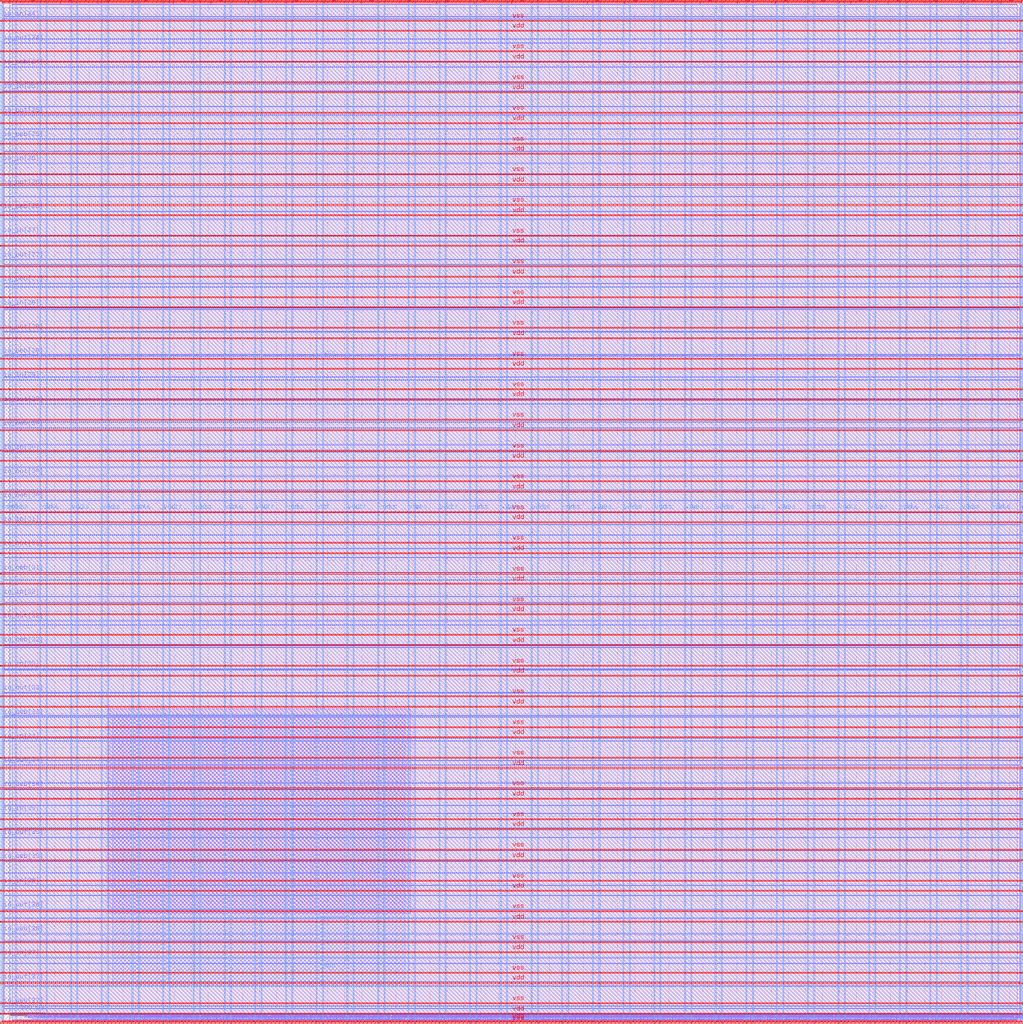
<source format=lef>
VERSION 5.7 ;
  NOWIREEXTENSIONATPIN ON ;
  DIVIDERCHAR "/" ;
  BUSBITCHARS "[]" ;
MACRO user_project_wrapper
  CLASS BLOCK ;
  FOREIGN user_project_wrapper ;
  ORIGIN 0.000 0.000 ;
  SIZE 2980.200 BY 2980.200 ;
  PIN io_in[0]
    DIRECTION INPUT ;
    USE SIGNAL ;
    PORT
      LAYER Metal3 ;
        RECT 2977.800 35.560 2985.000 36.680 ;
    END
  END io_in[0]
  PIN io_in[10]
    DIRECTION INPUT ;
    USE SIGNAL ;
    PORT
      LAYER Metal3 ;
        RECT 2977.800 2017.960 2985.000 2019.080 ;
    END
  END io_in[10]
  PIN io_in[11]
    DIRECTION INPUT ;
    USE SIGNAL ;
    PORT
      LAYER Metal3 ;
        RECT 2977.800 2216.200 2985.000 2217.320 ;
    END
  END io_in[11]
  PIN io_in[12]
    DIRECTION INPUT ;
    USE SIGNAL ;
    PORT
      LAYER Metal3 ;
        RECT 2977.800 2414.440 2985.000 2415.560 ;
    END
  END io_in[12]
  PIN io_in[13]
    DIRECTION INPUT ;
    USE SIGNAL ;
    PORT
      LAYER Metal3 ;
        RECT 2977.800 2612.680 2985.000 2613.800 ;
    END
  END io_in[13]
  PIN io_in[14]
    DIRECTION INPUT ;
    USE SIGNAL ;
    PORT
      LAYER Metal3 ;
        RECT 2977.800 2810.920 2985.000 2812.040 ;
    END
  END io_in[14]
  PIN io_in[15]
    DIRECTION INPUT ;
    USE SIGNAL ;
    PORT
      LAYER Metal2 ;
        RECT 2923.480 2977.800 2924.600 2985.000 ;
    END
  END io_in[15]
  PIN io_in[16]
    DIRECTION INPUT ;
    USE SIGNAL ;
    PORT
      LAYER Metal2 ;
        RECT 2592.520 2977.800 2593.640 2985.000 ;
    END
  END io_in[16]
  PIN io_in[17]
    DIRECTION INPUT ;
    USE SIGNAL ;
    PORT
      LAYER Metal2 ;
        RECT 2261.560 2977.800 2262.680 2985.000 ;
    END
  END io_in[17]
  PIN io_in[18]
    DIRECTION INPUT ;
    USE SIGNAL ;
    PORT
      LAYER Metal2 ;
        RECT 1930.600 2977.800 1931.720 2985.000 ;
    END
  END io_in[18]
  PIN io_in[19]
    DIRECTION INPUT ;
    USE SIGNAL ;
    PORT
      LAYER Metal2 ;
        RECT 1599.640 2977.800 1600.760 2985.000 ;
    END
  END io_in[19]
  PIN io_in[1]
    DIRECTION INPUT ;
    USE SIGNAL ;
    PORT
      LAYER Metal3 ;
        RECT 2977.800 233.800 2985.000 234.920 ;
    END
  END io_in[1]
  PIN io_in[20]
    DIRECTION INPUT ;
    USE SIGNAL ;
    PORT
      LAYER Metal2 ;
        RECT 1268.680 2977.800 1269.800 2985.000 ;
    END
  END io_in[20]
  PIN io_in[21]
    DIRECTION INPUT ;
    USE SIGNAL ;
    PORT
      LAYER Metal2 ;
        RECT 937.720 2977.800 938.840 2985.000 ;
    END
  END io_in[21]
  PIN io_in[22]
    DIRECTION INPUT ;
    USE SIGNAL ;
    PORT
      LAYER Metal2 ;
        RECT 606.760 2977.800 607.880 2985.000 ;
    END
  END io_in[22]
  PIN io_in[23]
    DIRECTION INPUT ;
    USE SIGNAL ;
    PORT
      LAYER Metal2 ;
        RECT 275.800 2977.800 276.920 2985.000 ;
    END
  END io_in[23]
  PIN io_in[24]
    DIRECTION INPUT ;
    USE SIGNAL ;
    PORT
      LAYER Metal3 ;
        RECT -4.800 2935.800 2.400 2936.920 ;
    END
  END io_in[24]
  PIN io_in[25]
    DIRECTION INPUT ;
    USE SIGNAL ;
    PORT
      LAYER Metal3 ;
        RECT -4.800 2724.120 2.400 2725.240 ;
    END
  END io_in[25]
  PIN io_in[26]
    DIRECTION INPUT ;
    USE SIGNAL ;
    PORT
      LAYER Metal3 ;
        RECT -4.800 2512.440 2.400 2513.560 ;
    END
  END io_in[26]
  PIN io_in[27]
    DIRECTION INPUT ;
    USE SIGNAL ;
    PORT
      LAYER Metal3 ;
        RECT -4.800 2300.760 2.400 2301.880 ;
    END
  END io_in[27]
  PIN io_in[28]
    DIRECTION INPUT ;
    USE SIGNAL ;
    PORT
      LAYER Metal3 ;
        RECT -4.800 2089.080 2.400 2090.200 ;
    END
  END io_in[28]
  PIN io_in[29]
    DIRECTION INPUT ;
    USE SIGNAL ;
    PORT
      LAYER Metal3 ;
        RECT -4.800 1877.400 2.400 1878.520 ;
    END
  END io_in[29]
  PIN io_in[2]
    DIRECTION INPUT ;
    USE SIGNAL ;
    PORT
      LAYER Metal3 ;
        RECT 2977.800 432.040 2985.000 433.160 ;
    END
  END io_in[2]
  PIN io_in[30]
    DIRECTION INPUT ;
    USE SIGNAL ;
    PORT
      LAYER Metal3 ;
        RECT -4.800 1665.720 2.400 1666.840 ;
    END
  END io_in[30]
  PIN io_in[31]
    DIRECTION INPUT ;
    USE SIGNAL ;
    PORT
      LAYER Metal3 ;
        RECT -4.800 1454.040 2.400 1455.160 ;
    END
  END io_in[31]
  PIN io_in[32]
    DIRECTION INPUT ;
    USE SIGNAL ;
    PORT
      LAYER Metal3 ;
        RECT -4.800 1242.360 2.400 1243.480 ;
    END
  END io_in[32]
  PIN io_in[33]
    DIRECTION INPUT ;
    USE SIGNAL ;
    PORT
      LAYER Metal3 ;
        RECT -4.800 1030.680 2.400 1031.800 ;
    END
  END io_in[33]
  PIN io_in[34]
    DIRECTION INPUT ;
    USE SIGNAL ;
    PORT
      LAYER Metal3 ;
        RECT -4.800 819.000 2.400 820.120 ;
    END
  END io_in[34]
  PIN io_in[35]
    DIRECTION INPUT ;
    USE SIGNAL ;
    PORT
      LAYER Metal3 ;
        RECT -4.800 607.320 2.400 608.440 ;
    END
  END io_in[35]
  PIN io_in[36]
    DIRECTION INPUT ;
    USE SIGNAL ;
    PORT
      LAYER Metal3 ;
        RECT -4.800 395.640 2.400 396.760 ;
    END
  END io_in[36]
  PIN io_in[37]
    DIRECTION INPUT ;
    USE SIGNAL ;
    PORT
      LAYER Metal3 ;
        RECT -4.800 183.960 2.400 185.080 ;
    END
  END io_in[37]
  PIN io_in[3]
    DIRECTION INPUT ;
    USE SIGNAL ;
    PORT
      LAYER Metal3 ;
        RECT 2977.800 630.280 2985.000 631.400 ;
    END
  END io_in[3]
  PIN io_in[4]
    DIRECTION INPUT ;
    USE SIGNAL ;
    PORT
      LAYER Metal3 ;
        RECT 2977.800 828.520 2985.000 829.640 ;
    END
  END io_in[4]
  PIN io_in[5]
    DIRECTION INPUT ;
    USE SIGNAL ;
    PORT
      LAYER Metal3 ;
        RECT 2977.800 1026.760 2985.000 1027.880 ;
    END
  END io_in[5]
  PIN io_in[6]
    DIRECTION INPUT ;
    USE SIGNAL ;
    PORT
      LAYER Metal3 ;
        RECT 2977.800 1225.000 2985.000 1226.120 ;
    END
  END io_in[6]
  PIN io_in[7]
    DIRECTION INPUT ;
    USE SIGNAL ;
    PORT
      LAYER Metal3 ;
        RECT 2977.800 1423.240 2985.000 1424.360 ;
    END
  END io_in[7]
  PIN io_in[8]
    DIRECTION INPUT ;
    USE SIGNAL ;
    PORT
      LAYER Metal3 ;
        RECT 2977.800 1621.480 2985.000 1622.600 ;
    END
  END io_in[8]
  PIN io_in[9]
    DIRECTION INPUT ;
    USE SIGNAL ;
    PORT
      LAYER Metal3 ;
        RECT 2977.800 1819.720 2985.000 1820.840 ;
    END
  END io_in[9]
  PIN io_oeb[0]
    DIRECTION OUTPUT TRISTATE ;
    USE SIGNAL ;
    PORT
      LAYER Metal3 ;
        RECT 2977.800 167.720 2985.000 168.840 ;
    END
  END io_oeb[0]
  PIN io_oeb[10]
    DIRECTION OUTPUT TRISTATE ;
    USE SIGNAL ;
    PORT
      LAYER Metal3 ;
        RECT 2977.800 2150.120 2985.000 2151.240 ;
    END
  END io_oeb[10]
  PIN io_oeb[11]
    DIRECTION OUTPUT TRISTATE ;
    USE SIGNAL ;
    PORT
      LAYER Metal3 ;
        RECT 2977.800 2348.360 2985.000 2349.480 ;
    END
  END io_oeb[11]
  PIN io_oeb[12]
    DIRECTION OUTPUT TRISTATE ;
    USE SIGNAL ;
    PORT
      LAYER Metal3 ;
        RECT 2977.800 2546.600 2985.000 2547.720 ;
    END
  END io_oeb[12]
  PIN io_oeb[13]
    DIRECTION OUTPUT TRISTATE ;
    USE SIGNAL ;
    PORT
      LAYER Metal3 ;
        RECT 2977.800 2744.840 2985.000 2745.960 ;
    END
  END io_oeb[13]
  PIN io_oeb[14]
    DIRECTION OUTPUT TRISTATE ;
    USE SIGNAL ;
    PORT
      LAYER Metal3 ;
        RECT 2977.800 2943.080 2985.000 2944.200 ;
    END
  END io_oeb[14]
  PIN io_oeb[15]
    DIRECTION OUTPUT TRISTATE ;
    USE SIGNAL ;
    PORT
      LAYER Metal2 ;
        RECT 2702.840 2977.800 2703.960 2985.000 ;
    END
  END io_oeb[15]
  PIN io_oeb[16]
    DIRECTION OUTPUT TRISTATE ;
    USE SIGNAL ;
    PORT
      LAYER Metal2 ;
        RECT 2371.880 2977.800 2373.000 2985.000 ;
    END
  END io_oeb[16]
  PIN io_oeb[17]
    DIRECTION OUTPUT TRISTATE ;
    USE SIGNAL ;
    PORT
      LAYER Metal2 ;
        RECT 2040.920 2977.800 2042.040 2985.000 ;
    END
  END io_oeb[17]
  PIN io_oeb[18]
    DIRECTION OUTPUT TRISTATE ;
    USE SIGNAL ;
    PORT
      LAYER Metal2 ;
        RECT 1709.960 2977.800 1711.080 2985.000 ;
    END
  END io_oeb[18]
  PIN io_oeb[19]
    DIRECTION OUTPUT TRISTATE ;
    USE SIGNAL ;
    PORT
      LAYER Metal2 ;
        RECT 1379.000 2977.800 1380.120 2985.000 ;
    END
  END io_oeb[19]
  PIN io_oeb[1]
    DIRECTION OUTPUT TRISTATE ;
    USE SIGNAL ;
    PORT
      LAYER Metal3 ;
        RECT 2977.800 365.960 2985.000 367.080 ;
    END
  END io_oeb[1]
  PIN io_oeb[20]
    DIRECTION OUTPUT TRISTATE ;
    USE SIGNAL ;
    PORT
      LAYER Metal2 ;
        RECT 1048.040 2977.800 1049.160 2985.000 ;
    END
  END io_oeb[20]
  PIN io_oeb[21]
    DIRECTION OUTPUT TRISTATE ;
    USE SIGNAL ;
    PORT
      LAYER Metal2 ;
        RECT 717.080 2977.800 718.200 2985.000 ;
    END
  END io_oeb[21]
  PIN io_oeb[22]
    DIRECTION OUTPUT TRISTATE ;
    USE SIGNAL ;
    PORT
      LAYER Metal2 ;
        RECT 386.120 2977.800 387.240 2985.000 ;
    END
  END io_oeb[22]
  PIN io_oeb[23]
    DIRECTION OUTPUT TRISTATE ;
    USE SIGNAL ;
    PORT
      LAYER Metal2 ;
        RECT 55.160 2977.800 56.280 2985.000 ;
    END
  END io_oeb[23]
  PIN io_oeb[24]
    DIRECTION OUTPUT TRISTATE ;
    USE SIGNAL ;
    PORT
      LAYER Metal3 ;
        RECT -4.800 2794.680 2.400 2795.800 ;
    END
  END io_oeb[24]
  PIN io_oeb[25]
    DIRECTION OUTPUT TRISTATE ;
    USE SIGNAL ;
    PORT
      LAYER Metal3 ;
        RECT -4.800 2583.000 2.400 2584.120 ;
    END
  END io_oeb[25]
  PIN io_oeb[26]
    DIRECTION OUTPUT TRISTATE ;
    USE SIGNAL ;
    PORT
      LAYER Metal3 ;
        RECT -4.800 2371.320 2.400 2372.440 ;
    END
  END io_oeb[26]
  PIN io_oeb[27]
    DIRECTION OUTPUT TRISTATE ;
    USE SIGNAL ;
    PORT
      LAYER Metal3 ;
        RECT -4.800 2159.640 2.400 2160.760 ;
    END
  END io_oeb[27]
  PIN io_oeb[28]
    DIRECTION OUTPUT TRISTATE ;
    USE SIGNAL ;
    PORT
      LAYER Metal3 ;
        RECT -4.800 1947.960 2.400 1949.080 ;
    END
  END io_oeb[28]
  PIN io_oeb[29]
    DIRECTION OUTPUT TRISTATE ;
    USE SIGNAL ;
    PORT
      LAYER Metal3 ;
        RECT -4.800 1736.280 2.400 1737.400 ;
    END
  END io_oeb[29]
  PIN io_oeb[2]
    DIRECTION OUTPUT TRISTATE ;
    USE SIGNAL ;
    PORT
      LAYER Metal3 ;
        RECT 2977.800 564.200 2985.000 565.320 ;
    END
  END io_oeb[2]
  PIN io_oeb[30]
    DIRECTION OUTPUT TRISTATE ;
    USE SIGNAL ;
    PORT
      LAYER Metal3 ;
        RECT -4.800 1524.600 2.400 1525.720 ;
    END
  END io_oeb[30]
  PIN io_oeb[31]
    DIRECTION OUTPUT TRISTATE ;
    USE SIGNAL ;
    PORT
      LAYER Metal3 ;
        RECT -4.800 1312.920 2.400 1314.040 ;
    END
  END io_oeb[31]
  PIN io_oeb[32]
    DIRECTION OUTPUT TRISTATE ;
    USE SIGNAL ;
    PORT
      LAYER Metal3 ;
        RECT -4.800 1101.240 2.400 1102.360 ;
    END
  END io_oeb[32]
  PIN io_oeb[33]
    DIRECTION OUTPUT TRISTATE ;
    USE SIGNAL ;
    PORT
      LAYER Metal3 ;
        RECT -4.800 889.560 2.400 890.680 ;
    END
  END io_oeb[33]
  PIN io_oeb[34]
    DIRECTION OUTPUT TRISTATE ;
    USE SIGNAL ;
    PORT
      LAYER Metal3 ;
        RECT -4.800 677.880 2.400 679.000 ;
    END
  END io_oeb[34]
  PIN io_oeb[35]
    DIRECTION OUTPUT TRISTATE ;
    USE SIGNAL ;
    PORT
      LAYER Metal3 ;
        RECT -4.800 466.200 2.400 467.320 ;
    END
  END io_oeb[35]
  PIN io_oeb[36]
    DIRECTION OUTPUT TRISTATE ;
    USE SIGNAL ;
    PORT
      LAYER Metal3 ;
        RECT -4.800 254.520 2.400 255.640 ;
    END
  END io_oeb[36]
  PIN io_oeb[37]
    DIRECTION OUTPUT TRISTATE ;
    USE SIGNAL ;
    PORT
      LAYER Metal3 ;
        RECT -4.800 42.840 2.400 43.960 ;
    END
  END io_oeb[37]
  PIN io_oeb[3]
    DIRECTION OUTPUT TRISTATE ;
    USE SIGNAL ;
    PORT
      LAYER Metal3 ;
        RECT 2977.800 762.440 2985.000 763.560 ;
    END
  END io_oeb[3]
  PIN io_oeb[4]
    DIRECTION OUTPUT TRISTATE ;
    USE SIGNAL ;
    PORT
      LAYER Metal3 ;
        RECT 2977.800 960.680 2985.000 961.800 ;
    END
  END io_oeb[4]
  PIN io_oeb[5]
    DIRECTION OUTPUT TRISTATE ;
    USE SIGNAL ;
    PORT
      LAYER Metal3 ;
        RECT 2977.800 1158.920 2985.000 1160.040 ;
    END
  END io_oeb[5]
  PIN io_oeb[6]
    DIRECTION OUTPUT TRISTATE ;
    USE SIGNAL ;
    PORT
      LAYER Metal3 ;
        RECT 2977.800 1357.160 2985.000 1358.280 ;
    END
  END io_oeb[6]
  PIN io_oeb[7]
    DIRECTION OUTPUT TRISTATE ;
    USE SIGNAL ;
    PORT
      LAYER Metal3 ;
        RECT 2977.800 1555.400 2985.000 1556.520 ;
    END
  END io_oeb[7]
  PIN io_oeb[8]
    DIRECTION OUTPUT TRISTATE ;
    USE SIGNAL ;
    PORT
      LAYER Metal3 ;
        RECT 2977.800 1753.640 2985.000 1754.760 ;
    END
  END io_oeb[8]
  PIN io_oeb[9]
    DIRECTION OUTPUT TRISTATE ;
    USE SIGNAL ;
    PORT
      LAYER Metal3 ;
        RECT 2977.800 1951.880 2985.000 1953.000 ;
    END
  END io_oeb[9]
  PIN io_out[0]
    DIRECTION OUTPUT TRISTATE ;
    USE SIGNAL ;
    PORT
      LAYER Metal3 ;
        RECT 2977.800 101.640 2985.000 102.760 ;
    END
  END io_out[0]
  PIN io_out[10]
    DIRECTION OUTPUT TRISTATE ;
    USE SIGNAL ;
    PORT
      LAYER Metal3 ;
        RECT 2977.800 2084.040 2985.000 2085.160 ;
    END
  END io_out[10]
  PIN io_out[11]
    DIRECTION OUTPUT TRISTATE ;
    USE SIGNAL ;
    PORT
      LAYER Metal3 ;
        RECT 2977.800 2282.280 2985.000 2283.400 ;
    END
  END io_out[11]
  PIN io_out[12]
    DIRECTION OUTPUT TRISTATE ;
    USE SIGNAL ;
    PORT
      LAYER Metal3 ;
        RECT 2977.800 2480.520 2985.000 2481.640 ;
    END
  END io_out[12]
  PIN io_out[13]
    DIRECTION OUTPUT TRISTATE ;
    USE SIGNAL ;
    PORT
      LAYER Metal3 ;
        RECT 2977.800 2678.760 2985.000 2679.880 ;
    END
  END io_out[13]
  PIN io_out[14]
    DIRECTION OUTPUT TRISTATE ;
    USE SIGNAL ;
    PORT
      LAYER Metal3 ;
        RECT 2977.800 2877.000 2985.000 2878.120 ;
    END
  END io_out[14]
  PIN io_out[15]
    DIRECTION OUTPUT TRISTATE ;
    USE SIGNAL ;
    PORT
      LAYER Metal2 ;
        RECT 2813.160 2977.800 2814.280 2985.000 ;
    END
  END io_out[15]
  PIN io_out[16]
    DIRECTION OUTPUT TRISTATE ;
    USE SIGNAL ;
    PORT
      LAYER Metal2 ;
        RECT 2482.200 2977.800 2483.320 2985.000 ;
    END
  END io_out[16]
  PIN io_out[17]
    DIRECTION OUTPUT TRISTATE ;
    USE SIGNAL ;
    PORT
      LAYER Metal2 ;
        RECT 2151.240 2977.800 2152.360 2985.000 ;
    END
  END io_out[17]
  PIN io_out[18]
    DIRECTION OUTPUT TRISTATE ;
    USE SIGNAL ;
    PORT
      LAYER Metal2 ;
        RECT 1820.280 2977.800 1821.400 2985.000 ;
    END
  END io_out[18]
  PIN io_out[19]
    DIRECTION OUTPUT TRISTATE ;
    USE SIGNAL ;
    PORT
      LAYER Metal2 ;
        RECT 1489.320 2977.800 1490.440 2985.000 ;
    END
  END io_out[19]
  PIN io_out[1]
    DIRECTION OUTPUT TRISTATE ;
    USE SIGNAL ;
    PORT
      LAYER Metal3 ;
        RECT 2977.800 299.880 2985.000 301.000 ;
    END
  END io_out[1]
  PIN io_out[20]
    DIRECTION OUTPUT TRISTATE ;
    USE SIGNAL ;
    PORT
      LAYER Metal2 ;
        RECT 1158.360 2977.800 1159.480 2985.000 ;
    END
  END io_out[20]
  PIN io_out[21]
    DIRECTION OUTPUT TRISTATE ;
    USE SIGNAL ;
    PORT
      LAYER Metal2 ;
        RECT 827.400 2977.800 828.520 2985.000 ;
    END
  END io_out[21]
  PIN io_out[22]
    DIRECTION OUTPUT TRISTATE ;
    USE SIGNAL ;
    PORT
      LAYER Metal2 ;
        RECT 496.440 2977.800 497.560 2985.000 ;
    END
  END io_out[22]
  PIN io_out[23]
    DIRECTION OUTPUT TRISTATE ;
    USE SIGNAL ;
    PORT
      LAYER Metal2 ;
        RECT 165.480 2977.800 166.600 2985.000 ;
    END
  END io_out[23]
  PIN io_out[24]
    DIRECTION OUTPUT TRISTATE ;
    USE SIGNAL ;
    PORT
      LAYER Metal3 ;
        RECT -4.800 2865.240 2.400 2866.360 ;
    END
  END io_out[24]
  PIN io_out[25]
    DIRECTION OUTPUT TRISTATE ;
    USE SIGNAL ;
    PORT
      LAYER Metal3 ;
        RECT -4.800 2653.560 2.400 2654.680 ;
    END
  END io_out[25]
  PIN io_out[26]
    DIRECTION OUTPUT TRISTATE ;
    USE SIGNAL ;
    PORT
      LAYER Metal3 ;
        RECT -4.800 2441.880 2.400 2443.000 ;
    END
  END io_out[26]
  PIN io_out[27]
    DIRECTION OUTPUT TRISTATE ;
    USE SIGNAL ;
    PORT
      LAYER Metal3 ;
        RECT -4.800 2230.200 2.400 2231.320 ;
    END
  END io_out[27]
  PIN io_out[28]
    DIRECTION OUTPUT TRISTATE ;
    USE SIGNAL ;
    PORT
      LAYER Metal3 ;
        RECT -4.800 2018.520 2.400 2019.640 ;
    END
  END io_out[28]
  PIN io_out[29]
    DIRECTION OUTPUT TRISTATE ;
    USE SIGNAL ;
    PORT
      LAYER Metal3 ;
        RECT -4.800 1806.840 2.400 1807.960 ;
    END
  END io_out[29]
  PIN io_out[2]
    DIRECTION OUTPUT TRISTATE ;
    USE SIGNAL ;
    PORT
      LAYER Metal3 ;
        RECT 2977.800 498.120 2985.000 499.240 ;
    END
  END io_out[2]
  PIN io_out[30]
    DIRECTION OUTPUT TRISTATE ;
    USE SIGNAL ;
    PORT
      LAYER Metal3 ;
        RECT -4.800 1595.160 2.400 1596.280 ;
    END
  END io_out[30]
  PIN io_out[31]
    DIRECTION OUTPUT TRISTATE ;
    USE SIGNAL ;
    PORT
      LAYER Metal3 ;
        RECT -4.800 1383.480 2.400 1384.600 ;
    END
  END io_out[31]
  PIN io_out[32]
    DIRECTION OUTPUT TRISTATE ;
    USE SIGNAL ;
    PORT
      LAYER Metal3 ;
        RECT -4.800 1171.800 2.400 1172.920 ;
    END
  END io_out[32]
  PIN io_out[33]
    DIRECTION OUTPUT TRISTATE ;
    USE SIGNAL ;
    PORT
      LAYER Metal3 ;
        RECT -4.800 960.120 2.400 961.240 ;
    END
  END io_out[33]
  PIN io_out[34]
    DIRECTION OUTPUT TRISTATE ;
    USE SIGNAL ;
    PORT
      LAYER Metal3 ;
        RECT -4.800 748.440 2.400 749.560 ;
    END
  END io_out[34]
  PIN io_out[35]
    DIRECTION OUTPUT TRISTATE ;
    USE SIGNAL ;
    PORT
      LAYER Metal3 ;
        RECT -4.800 536.760 2.400 537.880 ;
    END
  END io_out[35]
  PIN io_out[36]
    DIRECTION OUTPUT TRISTATE ;
    USE SIGNAL ;
    PORT
      LAYER Metal3 ;
        RECT -4.800 325.080 2.400 326.200 ;
    END
  END io_out[36]
  PIN io_out[37]
    DIRECTION OUTPUT TRISTATE ;
    USE SIGNAL ;
    PORT
      LAYER Metal3 ;
        RECT -4.800 113.400 2.400 114.520 ;
    END
  END io_out[37]
  PIN io_out[3]
    DIRECTION OUTPUT TRISTATE ;
    USE SIGNAL ;
    PORT
      LAYER Metal3 ;
        RECT 2977.800 696.360 2985.000 697.480 ;
    END
  END io_out[3]
  PIN io_out[4]
    DIRECTION OUTPUT TRISTATE ;
    USE SIGNAL ;
    PORT
      LAYER Metal3 ;
        RECT 2977.800 894.600 2985.000 895.720 ;
    END
  END io_out[4]
  PIN io_out[5]
    DIRECTION OUTPUT TRISTATE ;
    USE SIGNAL ;
    PORT
      LAYER Metal3 ;
        RECT 2977.800 1092.840 2985.000 1093.960 ;
    END
  END io_out[5]
  PIN io_out[6]
    DIRECTION OUTPUT TRISTATE ;
    USE SIGNAL ;
    PORT
      LAYER Metal3 ;
        RECT 2977.800 1291.080 2985.000 1292.200 ;
    END
  END io_out[6]
  PIN io_out[7]
    DIRECTION OUTPUT TRISTATE ;
    USE SIGNAL ;
    PORT
      LAYER Metal3 ;
        RECT 2977.800 1489.320 2985.000 1490.440 ;
    END
  END io_out[7]
  PIN io_out[8]
    DIRECTION OUTPUT TRISTATE ;
    USE SIGNAL ;
    PORT
      LAYER Metal3 ;
        RECT 2977.800 1687.560 2985.000 1688.680 ;
    END
  END io_out[8]
  PIN io_out[9]
    DIRECTION OUTPUT TRISTATE ;
    USE SIGNAL ;
    PORT
      LAYER Metal3 ;
        RECT 2977.800 1885.800 2985.000 1886.920 ;
    END
  END io_out[9]
  PIN la_data_in[0]
    DIRECTION INPUT ;
    USE SIGNAL ;
    PORT
      LAYER Metal2 ;
        RECT 1065.960 -4.800 1067.080 2.400 ;
    END
  END la_data_in[0]
  PIN la_data_in[10]
    DIRECTION INPUT ;
    USE SIGNAL ;
    PORT
      LAYER Metal2 ;
        RECT 1351.560 -4.800 1352.680 2.400 ;
    END
  END la_data_in[10]
  PIN la_data_in[11]
    DIRECTION INPUT ;
    USE SIGNAL ;
    PORT
      LAYER Metal2 ;
        RECT 1380.120 -4.800 1381.240 2.400 ;
    END
  END la_data_in[11]
  PIN la_data_in[12]
    DIRECTION INPUT ;
    USE SIGNAL ;
    PORT
      LAYER Metal2 ;
        RECT 1408.680 -4.800 1409.800 2.400 ;
    END
  END la_data_in[12]
  PIN la_data_in[13]
    DIRECTION INPUT ;
    USE SIGNAL ;
    PORT
      LAYER Metal2 ;
        RECT 1437.240 -4.800 1438.360 2.400 ;
    END
  END la_data_in[13]
  PIN la_data_in[14]
    DIRECTION INPUT ;
    USE SIGNAL ;
    PORT
      LAYER Metal2 ;
        RECT 1465.800 -4.800 1466.920 2.400 ;
    END
  END la_data_in[14]
  PIN la_data_in[15]
    DIRECTION INPUT ;
    USE SIGNAL ;
    PORT
      LAYER Metal2 ;
        RECT 1494.360 -4.800 1495.480 2.400 ;
    END
  END la_data_in[15]
  PIN la_data_in[16]
    DIRECTION INPUT ;
    USE SIGNAL ;
    PORT
      LAYER Metal2 ;
        RECT 1522.920 -4.800 1524.040 2.400 ;
    END
  END la_data_in[16]
  PIN la_data_in[17]
    DIRECTION INPUT ;
    USE SIGNAL ;
    PORT
      LAYER Metal2 ;
        RECT 1551.480 -4.800 1552.600 2.400 ;
    END
  END la_data_in[17]
  PIN la_data_in[18]
    DIRECTION INPUT ;
    USE SIGNAL ;
    PORT
      LAYER Metal2 ;
        RECT 1580.040 -4.800 1581.160 2.400 ;
    END
  END la_data_in[18]
  PIN la_data_in[19]
    DIRECTION INPUT ;
    USE SIGNAL ;
    PORT
      LAYER Metal2 ;
        RECT 1608.600 -4.800 1609.720 2.400 ;
    END
  END la_data_in[19]
  PIN la_data_in[1]
    DIRECTION INPUT ;
    USE SIGNAL ;
    PORT
      LAYER Metal2 ;
        RECT 1094.520 -4.800 1095.640 2.400 ;
    END
  END la_data_in[1]
  PIN la_data_in[20]
    DIRECTION INPUT ;
    USE SIGNAL ;
    PORT
      LAYER Metal2 ;
        RECT 1637.160 -4.800 1638.280 2.400 ;
    END
  END la_data_in[20]
  PIN la_data_in[21]
    DIRECTION INPUT ;
    USE SIGNAL ;
    PORT
      LAYER Metal2 ;
        RECT 1665.720 -4.800 1666.840 2.400 ;
    END
  END la_data_in[21]
  PIN la_data_in[22]
    DIRECTION INPUT ;
    USE SIGNAL ;
    PORT
      LAYER Metal2 ;
        RECT 1694.280 -4.800 1695.400 2.400 ;
    END
  END la_data_in[22]
  PIN la_data_in[23]
    DIRECTION INPUT ;
    USE SIGNAL ;
    PORT
      LAYER Metal2 ;
        RECT 1722.840 -4.800 1723.960 2.400 ;
    END
  END la_data_in[23]
  PIN la_data_in[24]
    DIRECTION INPUT ;
    USE SIGNAL ;
    PORT
      LAYER Metal2 ;
        RECT 1751.400 -4.800 1752.520 2.400 ;
    END
  END la_data_in[24]
  PIN la_data_in[25]
    DIRECTION INPUT ;
    USE SIGNAL ;
    PORT
      LAYER Metal2 ;
        RECT 1779.960 -4.800 1781.080 2.400 ;
    END
  END la_data_in[25]
  PIN la_data_in[26]
    DIRECTION INPUT ;
    USE SIGNAL ;
    PORT
      LAYER Metal2 ;
        RECT 1808.520 -4.800 1809.640 2.400 ;
    END
  END la_data_in[26]
  PIN la_data_in[27]
    DIRECTION INPUT ;
    USE SIGNAL ;
    PORT
      LAYER Metal2 ;
        RECT 1837.080 -4.800 1838.200 2.400 ;
    END
  END la_data_in[27]
  PIN la_data_in[28]
    DIRECTION INPUT ;
    USE SIGNAL ;
    PORT
      LAYER Metal2 ;
        RECT 1865.640 -4.800 1866.760 2.400 ;
    END
  END la_data_in[28]
  PIN la_data_in[29]
    DIRECTION INPUT ;
    USE SIGNAL ;
    PORT
      LAYER Metal2 ;
        RECT 1894.200 -4.800 1895.320 2.400 ;
    END
  END la_data_in[29]
  PIN la_data_in[2]
    DIRECTION INPUT ;
    USE SIGNAL ;
    PORT
      LAYER Metal2 ;
        RECT 1123.080 -4.800 1124.200 2.400 ;
    END
  END la_data_in[2]
  PIN la_data_in[30]
    DIRECTION INPUT ;
    USE SIGNAL ;
    PORT
      LAYER Metal2 ;
        RECT 1922.760 -4.800 1923.880 2.400 ;
    END
  END la_data_in[30]
  PIN la_data_in[31]
    DIRECTION INPUT ;
    USE SIGNAL ;
    PORT
      LAYER Metal2 ;
        RECT 1951.320 -4.800 1952.440 2.400 ;
    END
  END la_data_in[31]
  PIN la_data_in[32]
    DIRECTION INPUT ;
    USE SIGNAL ;
    PORT
      LAYER Metal2 ;
        RECT 1979.880 -4.800 1981.000 2.400 ;
    END
  END la_data_in[32]
  PIN la_data_in[33]
    DIRECTION INPUT ;
    USE SIGNAL ;
    PORT
      LAYER Metal2 ;
        RECT 2008.440 -4.800 2009.560 2.400 ;
    END
  END la_data_in[33]
  PIN la_data_in[34]
    DIRECTION INPUT ;
    USE SIGNAL ;
    PORT
      LAYER Metal2 ;
        RECT 2037.000 -4.800 2038.120 2.400 ;
    END
  END la_data_in[34]
  PIN la_data_in[35]
    DIRECTION INPUT ;
    USE SIGNAL ;
    PORT
      LAYER Metal2 ;
        RECT 2065.560 -4.800 2066.680 2.400 ;
    END
  END la_data_in[35]
  PIN la_data_in[36]
    DIRECTION INPUT ;
    USE SIGNAL ;
    PORT
      LAYER Metal2 ;
        RECT 2094.120 -4.800 2095.240 2.400 ;
    END
  END la_data_in[36]
  PIN la_data_in[37]
    DIRECTION INPUT ;
    USE SIGNAL ;
    PORT
      LAYER Metal2 ;
        RECT 2122.680 -4.800 2123.800 2.400 ;
    END
  END la_data_in[37]
  PIN la_data_in[38]
    DIRECTION INPUT ;
    USE SIGNAL ;
    PORT
      LAYER Metal2 ;
        RECT 2151.240 -4.800 2152.360 2.400 ;
    END
  END la_data_in[38]
  PIN la_data_in[39]
    DIRECTION INPUT ;
    USE SIGNAL ;
    PORT
      LAYER Metal2 ;
        RECT 2179.800 -4.800 2180.920 2.400 ;
    END
  END la_data_in[39]
  PIN la_data_in[3]
    DIRECTION INPUT ;
    USE SIGNAL ;
    PORT
      LAYER Metal2 ;
        RECT 1151.640 -4.800 1152.760 2.400 ;
    END
  END la_data_in[3]
  PIN la_data_in[40]
    DIRECTION INPUT ;
    USE SIGNAL ;
    PORT
      LAYER Metal2 ;
        RECT 2208.360 -4.800 2209.480 2.400 ;
    END
  END la_data_in[40]
  PIN la_data_in[41]
    DIRECTION INPUT ;
    USE SIGNAL ;
    PORT
      LAYER Metal2 ;
        RECT 2236.920 -4.800 2238.040 2.400 ;
    END
  END la_data_in[41]
  PIN la_data_in[42]
    DIRECTION INPUT ;
    USE SIGNAL ;
    PORT
      LAYER Metal2 ;
        RECT 2265.480 -4.800 2266.600 2.400 ;
    END
  END la_data_in[42]
  PIN la_data_in[43]
    DIRECTION INPUT ;
    USE SIGNAL ;
    PORT
      LAYER Metal2 ;
        RECT 2294.040 -4.800 2295.160 2.400 ;
    END
  END la_data_in[43]
  PIN la_data_in[44]
    DIRECTION INPUT ;
    USE SIGNAL ;
    PORT
      LAYER Metal2 ;
        RECT 2322.600 -4.800 2323.720 2.400 ;
    END
  END la_data_in[44]
  PIN la_data_in[45]
    DIRECTION INPUT ;
    USE SIGNAL ;
    PORT
      LAYER Metal2 ;
        RECT 2351.160 -4.800 2352.280 2.400 ;
    END
  END la_data_in[45]
  PIN la_data_in[46]
    DIRECTION INPUT ;
    USE SIGNAL ;
    PORT
      LAYER Metal2 ;
        RECT 2379.720 -4.800 2380.840 2.400 ;
    END
  END la_data_in[46]
  PIN la_data_in[47]
    DIRECTION INPUT ;
    USE SIGNAL ;
    PORT
      LAYER Metal2 ;
        RECT 2408.280 -4.800 2409.400 2.400 ;
    END
  END la_data_in[47]
  PIN la_data_in[48]
    DIRECTION INPUT ;
    USE SIGNAL ;
    PORT
      LAYER Metal2 ;
        RECT 2436.840 -4.800 2437.960 2.400 ;
    END
  END la_data_in[48]
  PIN la_data_in[49]
    DIRECTION INPUT ;
    USE SIGNAL ;
    PORT
      LAYER Metal2 ;
        RECT 2465.400 -4.800 2466.520 2.400 ;
    END
  END la_data_in[49]
  PIN la_data_in[4]
    DIRECTION INPUT ;
    USE SIGNAL ;
    PORT
      LAYER Metal2 ;
        RECT 1180.200 -4.800 1181.320 2.400 ;
    END
  END la_data_in[4]
  PIN la_data_in[50]
    DIRECTION INPUT ;
    USE SIGNAL ;
    PORT
      LAYER Metal2 ;
        RECT 2493.960 -4.800 2495.080 2.400 ;
    END
  END la_data_in[50]
  PIN la_data_in[51]
    DIRECTION INPUT ;
    USE SIGNAL ;
    PORT
      LAYER Metal2 ;
        RECT 2522.520 -4.800 2523.640 2.400 ;
    END
  END la_data_in[51]
  PIN la_data_in[52]
    DIRECTION INPUT ;
    USE SIGNAL ;
    PORT
      LAYER Metal2 ;
        RECT 2551.080 -4.800 2552.200 2.400 ;
    END
  END la_data_in[52]
  PIN la_data_in[53]
    DIRECTION INPUT ;
    USE SIGNAL ;
    PORT
      LAYER Metal2 ;
        RECT 2579.640 -4.800 2580.760 2.400 ;
    END
  END la_data_in[53]
  PIN la_data_in[54]
    DIRECTION INPUT ;
    USE SIGNAL ;
    PORT
      LAYER Metal2 ;
        RECT 2608.200 -4.800 2609.320 2.400 ;
    END
  END la_data_in[54]
  PIN la_data_in[55]
    DIRECTION INPUT ;
    USE SIGNAL ;
    PORT
      LAYER Metal2 ;
        RECT 2636.760 -4.800 2637.880 2.400 ;
    END
  END la_data_in[55]
  PIN la_data_in[56]
    DIRECTION INPUT ;
    USE SIGNAL ;
    PORT
      LAYER Metal2 ;
        RECT 2665.320 -4.800 2666.440 2.400 ;
    END
  END la_data_in[56]
  PIN la_data_in[57]
    DIRECTION INPUT ;
    USE SIGNAL ;
    PORT
      LAYER Metal2 ;
        RECT 2693.880 -4.800 2695.000 2.400 ;
    END
  END la_data_in[57]
  PIN la_data_in[58]
    DIRECTION INPUT ;
    USE SIGNAL ;
    PORT
      LAYER Metal2 ;
        RECT 2722.440 -4.800 2723.560 2.400 ;
    END
  END la_data_in[58]
  PIN la_data_in[59]
    DIRECTION INPUT ;
    USE SIGNAL ;
    PORT
      LAYER Metal2 ;
        RECT 2751.000 -4.800 2752.120 2.400 ;
    END
  END la_data_in[59]
  PIN la_data_in[5]
    DIRECTION INPUT ;
    USE SIGNAL ;
    PORT
      LAYER Metal2 ;
        RECT 1208.760 -4.800 1209.880 2.400 ;
    END
  END la_data_in[5]
  PIN la_data_in[60]
    DIRECTION INPUT ;
    USE SIGNAL ;
    PORT
      LAYER Metal2 ;
        RECT 2779.560 -4.800 2780.680 2.400 ;
    END
  END la_data_in[60]
  PIN la_data_in[61]
    DIRECTION INPUT ;
    USE SIGNAL ;
    PORT
      LAYER Metal2 ;
        RECT 2808.120 -4.800 2809.240 2.400 ;
    END
  END la_data_in[61]
  PIN la_data_in[62]
    DIRECTION INPUT ;
    USE SIGNAL ;
    PORT
      LAYER Metal2 ;
        RECT 2836.680 -4.800 2837.800 2.400 ;
    END
  END la_data_in[62]
  PIN la_data_in[63]
    DIRECTION INPUT ;
    USE SIGNAL ;
    PORT
      LAYER Metal2 ;
        RECT 2865.240 -4.800 2866.360 2.400 ;
    END
  END la_data_in[63]
  PIN la_data_in[6]
    DIRECTION INPUT ;
    USE SIGNAL ;
    PORT
      LAYER Metal2 ;
        RECT 1237.320 -4.800 1238.440 2.400 ;
    END
  END la_data_in[6]
  PIN la_data_in[7]
    DIRECTION INPUT ;
    USE SIGNAL ;
    PORT
      LAYER Metal2 ;
        RECT 1265.880 -4.800 1267.000 2.400 ;
    END
  END la_data_in[7]
  PIN la_data_in[8]
    DIRECTION INPUT ;
    USE SIGNAL ;
    PORT
      LAYER Metal2 ;
        RECT 1294.440 -4.800 1295.560 2.400 ;
    END
  END la_data_in[8]
  PIN la_data_in[9]
    DIRECTION INPUT ;
    USE SIGNAL ;
    PORT
      LAYER Metal2 ;
        RECT 1323.000 -4.800 1324.120 2.400 ;
    END
  END la_data_in[9]
  PIN la_data_out[0]
    DIRECTION OUTPUT TRISTATE ;
    USE SIGNAL ;
    PORT
      LAYER Metal2 ;
        RECT 1075.480 -4.800 1076.600 2.400 ;
    END
  END la_data_out[0]
  PIN la_data_out[10]
    DIRECTION OUTPUT TRISTATE ;
    USE SIGNAL ;
    PORT
      LAYER Metal2 ;
        RECT 1361.080 -4.800 1362.200 2.400 ;
    END
  END la_data_out[10]
  PIN la_data_out[11]
    DIRECTION OUTPUT TRISTATE ;
    USE SIGNAL ;
    PORT
      LAYER Metal2 ;
        RECT 1389.640 -4.800 1390.760 2.400 ;
    END
  END la_data_out[11]
  PIN la_data_out[12]
    DIRECTION OUTPUT TRISTATE ;
    USE SIGNAL ;
    PORT
      LAYER Metal2 ;
        RECT 1418.200 -4.800 1419.320 2.400 ;
    END
  END la_data_out[12]
  PIN la_data_out[13]
    DIRECTION OUTPUT TRISTATE ;
    USE SIGNAL ;
    PORT
      LAYER Metal2 ;
        RECT 1446.760 -4.800 1447.880 2.400 ;
    END
  END la_data_out[13]
  PIN la_data_out[14]
    DIRECTION OUTPUT TRISTATE ;
    USE SIGNAL ;
    PORT
      LAYER Metal2 ;
        RECT 1475.320 -4.800 1476.440 2.400 ;
    END
  END la_data_out[14]
  PIN la_data_out[15]
    DIRECTION OUTPUT TRISTATE ;
    USE SIGNAL ;
    PORT
      LAYER Metal2 ;
        RECT 1503.880 -4.800 1505.000 2.400 ;
    END
  END la_data_out[15]
  PIN la_data_out[16]
    DIRECTION OUTPUT TRISTATE ;
    USE SIGNAL ;
    PORT
      LAYER Metal2 ;
        RECT 1532.440 -4.800 1533.560 2.400 ;
    END
  END la_data_out[16]
  PIN la_data_out[17]
    DIRECTION OUTPUT TRISTATE ;
    USE SIGNAL ;
    PORT
      LAYER Metal2 ;
        RECT 1561.000 -4.800 1562.120 2.400 ;
    END
  END la_data_out[17]
  PIN la_data_out[18]
    DIRECTION OUTPUT TRISTATE ;
    USE SIGNAL ;
    PORT
      LAYER Metal2 ;
        RECT 1589.560 -4.800 1590.680 2.400 ;
    END
  END la_data_out[18]
  PIN la_data_out[19]
    DIRECTION OUTPUT TRISTATE ;
    USE SIGNAL ;
    PORT
      LAYER Metal2 ;
        RECT 1618.120 -4.800 1619.240 2.400 ;
    END
  END la_data_out[19]
  PIN la_data_out[1]
    DIRECTION OUTPUT TRISTATE ;
    USE SIGNAL ;
    PORT
      LAYER Metal2 ;
        RECT 1104.040 -4.800 1105.160 2.400 ;
    END
  END la_data_out[1]
  PIN la_data_out[20]
    DIRECTION OUTPUT TRISTATE ;
    USE SIGNAL ;
    PORT
      LAYER Metal2 ;
        RECT 1646.680 -4.800 1647.800 2.400 ;
    END
  END la_data_out[20]
  PIN la_data_out[21]
    DIRECTION OUTPUT TRISTATE ;
    USE SIGNAL ;
    PORT
      LAYER Metal2 ;
        RECT 1675.240 -4.800 1676.360 2.400 ;
    END
  END la_data_out[21]
  PIN la_data_out[22]
    DIRECTION OUTPUT TRISTATE ;
    USE SIGNAL ;
    PORT
      LAYER Metal2 ;
        RECT 1703.800 -4.800 1704.920 2.400 ;
    END
  END la_data_out[22]
  PIN la_data_out[23]
    DIRECTION OUTPUT TRISTATE ;
    USE SIGNAL ;
    PORT
      LAYER Metal2 ;
        RECT 1732.360 -4.800 1733.480 2.400 ;
    END
  END la_data_out[23]
  PIN la_data_out[24]
    DIRECTION OUTPUT TRISTATE ;
    USE SIGNAL ;
    PORT
      LAYER Metal2 ;
        RECT 1760.920 -4.800 1762.040 2.400 ;
    END
  END la_data_out[24]
  PIN la_data_out[25]
    DIRECTION OUTPUT TRISTATE ;
    USE SIGNAL ;
    PORT
      LAYER Metal2 ;
        RECT 1789.480 -4.800 1790.600 2.400 ;
    END
  END la_data_out[25]
  PIN la_data_out[26]
    DIRECTION OUTPUT TRISTATE ;
    USE SIGNAL ;
    PORT
      LAYER Metal2 ;
        RECT 1818.040 -4.800 1819.160 2.400 ;
    END
  END la_data_out[26]
  PIN la_data_out[27]
    DIRECTION OUTPUT TRISTATE ;
    USE SIGNAL ;
    PORT
      LAYER Metal2 ;
        RECT 1846.600 -4.800 1847.720 2.400 ;
    END
  END la_data_out[27]
  PIN la_data_out[28]
    DIRECTION OUTPUT TRISTATE ;
    USE SIGNAL ;
    PORT
      LAYER Metal2 ;
        RECT 1875.160 -4.800 1876.280 2.400 ;
    END
  END la_data_out[28]
  PIN la_data_out[29]
    DIRECTION OUTPUT TRISTATE ;
    USE SIGNAL ;
    PORT
      LAYER Metal2 ;
        RECT 1903.720 -4.800 1904.840 2.400 ;
    END
  END la_data_out[29]
  PIN la_data_out[2]
    DIRECTION OUTPUT TRISTATE ;
    USE SIGNAL ;
    PORT
      LAYER Metal2 ;
        RECT 1132.600 -4.800 1133.720 2.400 ;
    END
  END la_data_out[2]
  PIN la_data_out[30]
    DIRECTION OUTPUT TRISTATE ;
    USE SIGNAL ;
    PORT
      LAYER Metal2 ;
        RECT 1932.280 -4.800 1933.400 2.400 ;
    END
  END la_data_out[30]
  PIN la_data_out[31]
    DIRECTION OUTPUT TRISTATE ;
    USE SIGNAL ;
    PORT
      LAYER Metal2 ;
        RECT 1960.840 -4.800 1961.960 2.400 ;
    END
  END la_data_out[31]
  PIN la_data_out[32]
    DIRECTION OUTPUT TRISTATE ;
    USE SIGNAL ;
    PORT
      LAYER Metal2 ;
        RECT 1989.400 -4.800 1990.520 2.400 ;
    END
  END la_data_out[32]
  PIN la_data_out[33]
    DIRECTION OUTPUT TRISTATE ;
    USE SIGNAL ;
    PORT
      LAYER Metal2 ;
        RECT 2017.960 -4.800 2019.080 2.400 ;
    END
  END la_data_out[33]
  PIN la_data_out[34]
    DIRECTION OUTPUT TRISTATE ;
    USE SIGNAL ;
    PORT
      LAYER Metal2 ;
        RECT 2046.520 -4.800 2047.640 2.400 ;
    END
  END la_data_out[34]
  PIN la_data_out[35]
    DIRECTION OUTPUT TRISTATE ;
    USE SIGNAL ;
    PORT
      LAYER Metal2 ;
        RECT 2075.080 -4.800 2076.200 2.400 ;
    END
  END la_data_out[35]
  PIN la_data_out[36]
    DIRECTION OUTPUT TRISTATE ;
    USE SIGNAL ;
    PORT
      LAYER Metal2 ;
        RECT 2103.640 -4.800 2104.760 2.400 ;
    END
  END la_data_out[36]
  PIN la_data_out[37]
    DIRECTION OUTPUT TRISTATE ;
    USE SIGNAL ;
    PORT
      LAYER Metal2 ;
        RECT 2132.200 -4.800 2133.320 2.400 ;
    END
  END la_data_out[37]
  PIN la_data_out[38]
    DIRECTION OUTPUT TRISTATE ;
    USE SIGNAL ;
    PORT
      LAYER Metal2 ;
        RECT 2160.760 -4.800 2161.880 2.400 ;
    END
  END la_data_out[38]
  PIN la_data_out[39]
    DIRECTION OUTPUT TRISTATE ;
    USE SIGNAL ;
    PORT
      LAYER Metal2 ;
        RECT 2189.320 -4.800 2190.440 2.400 ;
    END
  END la_data_out[39]
  PIN la_data_out[3]
    DIRECTION OUTPUT TRISTATE ;
    USE SIGNAL ;
    PORT
      LAYER Metal2 ;
        RECT 1161.160 -4.800 1162.280 2.400 ;
    END
  END la_data_out[3]
  PIN la_data_out[40]
    DIRECTION OUTPUT TRISTATE ;
    USE SIGNAL ;
    PORT
      LAYER Metal2 ;
        RECT 2217.880 -4.800 2219.000 2.400 ;
    END
  END la_data_out[40]
  PIN la_data_out[41]
    DIRECTION OUTPUT TRISTATE ;
    USE SIGNAL ;
    PORT
      LAYER Metal2 ;
        RECT 2246.440 -4.800 2247.560 2.400 ;
    END
  END la_data_out[41]
  PIN la_data_out[42]
    DIRECTION OUTPUT TRISTATE ;
    USE SIGNAL ;
    PORT
      LAYER Metal2 ;
        RECT 2275.000 -4.800 2276.120 2.400 ;
    END
  END la_data_out[42]
  PIN la_data_out[43]
    DIRECTION OUTPUT TRISTATE ;
    USE SIGNAL ;
    PORT
      LAYER Metal2 ;
        RECT 2303.560 -4.800 2304.680 2.400 ;
    END
  END la_data_out[43]
  PIN la_data_out[44]
    DIRECTION OUTPUT TRISTATE ;
    USE SIGNAL ;
    PORT
      LAYER Metal2 ;
        RECT 2332.120 -4.800 2333.240 2.400 ;
    END
  END la_data_out[44]
  PIN la_data_out[45]
    DIRECTION OUTPUT TRISTATE ;
    USE SIGNAL ;
    PORT
      LAYER Metal2 ;
        RECT 2360.680 -4.800 2361.800 2.400 ;
    END
  END la_data_out[45]
  PIN la_data_out[46]
    DIRECTION OUTPUT TRISTATE ;
    USE SIGNAL ;
    PORT
      LAYER Metal2 ;
        RECT 2389.240 -4.800 2390.360 2.400 ;
    END
  END la_data_out[46]
  PIN la_data_out[47]
    DIRECTION OUTPUT TRISTATE ;
    USE SIGNAL ;
    PORT
      LAYER Metal2 ;
        RECT 2417.800 -4.800 2418.920 2.400 ;
    END
  END la_data_out[47]
  PIN la_data_out[48]
    DIRECTION OUTPUT TRISTATE ;
    USE SIGNAL ;
    PORT
      LAYER Metal2 ;
        RECT 2446.360 -4.800 2447.480 2.400 ;
    END
  END la_data_out[48]
  PIN la_data_out[49]
    DIRECTION OUTPUT TRISTATE ;
    USE SIGNAL ;
    PORT
      LAYER Metal2 ;
        RECT 2474.920 -4.800 2476.040 2.400 ;
    END
  END la_data_out[49]
  PIN la_data_out[4]
    DIRECTION OUTPUT TRISTATE ;
    USE SIGNAL ;
    PORT
      LAYER Metal2 ;
        RECT 1189.720 -4.800 1190.840 2.400 ;
    END
  END la_data_out[4]
  PIN la_data_out[50]
    DIRECTION OUTPUT TRISTATE ;
    USE SIGNAL ;
    PORT
      LAYER Metal2 ;
        RECT 2503.480 -4.800 2504.600 2.400 ;
    END
  END la_data_out[50]
  PIN la_data_out[51]
    DIRECTION OUTPUT TRISTATE ;
    USE SIGNAL ;
    PORT
      LAYER Metal2 ;
        RECT 2532.040 -4.800 2533.160 2.400 ;
    END
  END la_data_out[51]
  PIN la_data_out[52]
    DIRECTION OUTPUT TRISTATE ;
    USE SIGNAL ;
    PORT
      LAYER Metal2 ;
        RECT 2560.600 -4.800 2561.720 2.400 ;
    END
  END la_data_out[52]
  PIN la_data_out[53]
    DIRECTION OUTPUT TRISTATE ;
    USE SIGNAL ;
    PORT
      LAYER Metal2 ;
        RECT 2589.160 -4.800 2590.280 2.400 ;
    END
  END la_data_out[53]
  PIN la_data_out[54]
    DIRECTION OUTPUT TRISTATE ;
    USE SIGNAL ;
    PORT
      LAYER Metal2 ;
        RECT 2617.720 -4.800 2618.840 2.400 ;
    END
  END la_data_out[54]
  PIN la_data_out[55]
    DIRECTION OUTPUT TRISTATE ;
    USE SIGNAL ;
    PORT
      LAYER Metal2 ;
        RECT 2646.280 -4.800 2647.400 2.400 ;
    END
  END la_data_out[55]
  PIN la_data_out[56]
    DIRECTION OUTPUT TRISTATE ;
    USE SIGNAL ;
    PORT
      LAYER Metal2 ;
        RECT 2674.840 -4.800 2675.960 2.400 ;
    END
  END la_data_out[56]
  PIN la_data_out[57]
    DIRECTION OUTPUT TRISTATE ;
    USE SIGNAL ;
    PORT
      LAYER Metal2 ;
        RECT 2703.400 -4.800 2704.520 2.400 ;
    END
  END la_data_out[57]
  PIN la_data_out[58]
    DIRECTION OUTPUT TRISTATE ;
    USE SIGNAL ;
    PORT
      LAYER Metal2 ;
        RECT 2731.960 -4.800 2733.080 2.400 ;
    END
  END la_data_out[58]
  PIN la_data_out[59]
    DIRECTION OUTPUT TRISTATE ;
    USE SIGNAL ;
    PORT
      LAYER Metal2 ;
        RECT 2760.520 -4.800 2761.640 2.400 ;
    END
  END la_data_out[59]
  PIN la_data_out[5]
    DIRECTION OUTPUT TRISTATE ;
    USE SIGNAL ;
    PORT
      LAYER Metal2 ;
        RECT 1218.280 -4.800 1219.400 2.400 ;
    END
  END la_data_out[5]
  PIN la_data_out[60]
    DIRECTION OUTPUT TRISTATE ;
    USE SIGNAL ;
    PORT
      LAYER Metal2 ;
        RECT 2789.080 -4.800 2790.200 2.400 ;
    END
  END la_data_out[60]
  PIN la_data_out[61]
    DIRECTION OUTPUT TRISTATE ;
    USE SIGNAL ;
    PORT
      LAYER Metal2 ;
        RECT 2817.640 -4.800 2818.760 2.400 ;
    END
  END la_data_out[61]
  PIN la_data_out[62]
    DIRECTION OUTPUT TRISTATE ;
    USE SIGNAL ;
    PORT
      LAYER Metal2 ;
        RECT 2846.200 -4.800 2847.320 2.400 ;
    END
  END la_data_out[62]
  PIN la_data_out[63]
    DIRECTION OUTPUT TRISTATE ;
    USE SIGNAL ;
    PORT
      LAYER Metal2 ;
        RECT 2874.760 -4.800 2875.880 2.400 ;
    END
  END la_data_out[63]
  PIN la_data_out[6]
    DIRECTION OUTPUT TRISTATE ;
    USE SIGNAL ;
    PORT
      LAYER Metal2 ;
        RECT 1246.840 -4.800 1247.960 2.400 ;
    END
  END la_data_out[6]
  PIN la_data_out[7]
    DIRECTION OUTPUT TRISTATE ;
    USE SIGNAL ;
    PORT
      LAYER Metal2 ;
        RECT 1275.400 -4.800 1276.520 2.400 ;
    END
  END la_data_out[7]
  PIN la_data_out[8]
    DIRECTION OUTPUT TRISTATE ;
    USE SIGNAL ;
    PORT
      LAYER Metal2 ;
        RECT 1303.960 -4.800 1305.080 2.400 ;
    END
  END la_data_out[8]
  PIN la_data_out[9]
    DIRECTION OUTPUT TRISTATE ;
    USE SIGNAL ;
    PORT
      LAYER Metal2 ;
        RECT 1332.520 -4.800 1333.640 2.400 ;
    END
  END la_data_out[9]
  PIN la_oenb[0]
    DIRECTION INPUT ;
    USE SIGNAL ;
    PORT
      LAYER Metal2 ;
        RECT 1085.000 -4.800 1086.120 2.400 ;
    END
  END la_oenb[0]
  PIN la_oenb[10]
    DIRECTION INPUT ;
    USE SIGNAL ;
    PORT
      LAYER Metal2 ;
        RECT 1370.600 -4.800 1371.720 2.400 ;
    END
  END la_oenb[10]
  PIN la_oenb[11]
    DIRECTION INPUT ;
    USE SIGNAL ;
    PORT
      LAYER Metal2 ;
        RECT 1399.160 -4.800 1400.280 2.400 ;
    END
  END la_oenb[11]
  PIN la_oenb[12]
    DIRECTION INPUT ;
    USE SIGNAL ;
    PORT
      LAYER Metal2 ;
        RECT 1427.720 -4.800 1428.840 2.400 ;
    END
  END la_oenb[12]
  PIN la_oenb[13]
    DIRECTION INPUT ;
    USE SIGNAL ;
    PORT
      LAYER Metal2 ;
        RECT 1456.280 -4.800 1457.400 2.400 ;
    END
  END la_oenb[13]
  PIN la_oenb[14]
    DIRECTION INPUT ;
    USE SIGNAL ;
    PORT
      LAYER Metal2 ;
        RECT 1484.840 -4.800 1485.960 2.400 ;
    END
  END la_oenb[14]
  PIN la_oenb[15]
    DIRECTION INPUT ;
    USE SIGNAL ;
    PORT
      LAYER Metal2 ;
        RECT 1513.400 -4.800 1514.520 2.400 ;
    END
  END la_oenb[15]
  PIN la_oenb[16]
    DIRECTION INPUT ;
    USE SIGNAL ;
    PORT
      LAYER Metal2 ;
        RECT 1541.960 -4.800 1543.080 2.400 ;
    END
  END la_oenb[16]
  PIN la_oenb[17]
    DIRECTION INPUT ;
    USE SIGNAL ;
    PORT
      LAYER Metal2 ;
        RECT 1570.520 -4.800 1571.640 2.400 ;
    END
  END la_oenb[17]
  PIN la_oenb[18]
    DIRECTION INPUT ;
    USE SIGNAL ;
    PORT
      LAYER Metal2 ;
        RECT 1599.080 -4.800 1600.200 2.400 ;
    END
  END la_oenb[18]
  PIN la_oenb[19]
    DIRECTION INPUT ;
    USE SIGNAL ;
    PORT
      LAYER Metal2 ;
        RECT 1627.640 -4.800 1628.760 2.400 ;
    END
  END la_oenb[19]
  PIN la_oenb[1]
    DIRECTION INPUT ;
    USE SIGNAL ;
    PORT
      LAYER Metal2 ;
        RECT 1113.560 -4.800 1114.680 2.400 ;
    END
  END la_oenb[1]
  PIN la_oenb[20]
    DIRECTION INPUT ;
    USE SIGNAL ;
    PORT
      LAYER Metal2 ;
        RECT 1656.200 -4.800 1657.320 2.400 ;
    END
  END la_oenb[20]
  PIN la_oenb[21]
    DIRECTION INPUT ;
    USE SIGNAL ;
    PORT
      LAYER Metal2 ;
        RECT 1684.760 -4.800 1685.880 2.400 ;
    END
  END la_oenb[21]
  PIN la_oenb[22]
    DIRECTION INPUT ;
    USE SIGNAL ;
    PORT
      LAYER Metal2 ;
        RECT 1713.320 -4.800 1714.440 2.400 ;
    END
  END la_oenb[22]
  PIN la_oenb[23]
    DIRECTION INPUT ;
    USE SIGNAL ;
    PORT
      LAYER Metal2 ;
        RECT 1741.880 -4.800 1743.000 2.400 ;
    END
  END la_oenb[23]
  PIN la_oenb[24]
    DIRECTION INPUT ;
    USE SIGNAL ;
    PORT
      LAYER Metal2 ;
        RECT 1770.440 -4.800 1771.560 2.400 ;
    END
  END la_oenb[24]
  PIN la_oenb[25]
    DIRECTION INPUT ;
    USE SIGNAL ;
    PORT
      LAYER Metal2 ;
        RECT 1799.000 -4.800 1800.120 2.400 ;
    END
  END la_oenb[25]
  PIN la_oenb[26]
    DIRECTION INPUT ;
    USE SIGNAL ;
    PORT
      LAYER Metal2 ;
        RECT 1827.560 -4.800 1828.680 2.400 ;
    END
  END la_oenb[26]
  PIN la_oenb[27]
    DIRECTION INPUT ;
    USE SIGNAL ;
    PORT
      LAYER Metal2 ;
        RECT 1856.120 -4.800 1857.240 2.400 ;
    END
  END la_oenb[27]
  PIN la_oenb[28]
    DIRECTION INPUT ;
    USE SIGNAL ;
    PORT
      LAYER Metal2 ;
        RECT 1884.680 -4.800 1885.800 2.400 ;
    END
  END la_oenb[28]
  PIN la_oenb[29]
    DIRECTION INPUT ;
    USE SIGNAL ;
    PORT
      LAYER Metal2 ;
        RECT 1913.240 -4.800 1914.360 2.400 ;
    END
  END la_oenb[29]
  PIN la_oenb[2]
    DIRECTION INPUT ;
    USE SIGNAL ;
    PORT
      LAYER Metal2 ;
        RECT 1142.120 -4.800 1143.240 2.400 ;
    END
  END la_oenb[2]
  PIN la_oenb[30]
    DIRECTION INPUT ;
    USE SIGNAL ;
    PORT
      LAYER Metal2 ;
        RECT 1941.800 -4.800 1942.920 2.400 ;
    END
  END la_oenb[30]
  PIN la_oenb[31]
    DIRECTION INPUT ;
    USE SIGNAL ;
    PORT
      LAYER Metal2 ;
        RECT 1970.360 -4.800 1971.480 2.400 ;
    END
  END la_oenb[31]
  PIN la_oenb[32]
    DIRECTION INPUT ;
    USE SIGNAL ;
    PORT
      LAYER Metal2 ;
        RECT 1998.920 -4.800 2000.040 2.400 ;
    END
  END la_oenb[32]
  PIN la_oenb[33]
    DIRECTION INPUT ;
    USE SIGNAL ;
    PORT
      LAYER Metal2 ;
        RECT 2027.480 -4.800 2028.600 2.400 ;
    END
  END la_oenb[33]
  PIN la_oenb[34]
    DIRECTION INPUT ;
    USE SIGNAL ;
    PORT
      LAYER Metal2 ;
        RECT 2056.040 -4.800 2057.160 2.400 ;
    END
  END la_oenb[34]
  PIN la_oenb[35]
    DIRECTION INPUT ;
    USE SIGNAL ;
    PORT
      LAYER Metal2 ;
        RECT 2084.600 -4.800 2085.720 2.400 ;
    END
  END la_oenb[35]
  PIN la_oenb[36]
    DIRECTION INPUT ;
    USE SIGNAL ;
    PORT
      LAYER Metal2 ;
        RECT 2113.160 -4.800 2114.280 2.400 ;
    END
  END la_oenb[36]
  PIN la_oenb[37]
    DIRECTION INPUT ;
    USE SIGNAL ;
    PORT
      LAYER Metal2 ;
        RECT 2141.720 -4.800 2142.840 2.400 ;
    END
  END la_oenb[37]
  PIN la_oenb[38]
    DIRECTION INPUT ;
    USE SIGNAL ;
    PORT
      LAYER Metal2 ;
        RECT 2170.280 -4.800 2171.400 2.400 ;
    END
  END la_oenb[38]
  PIN la_oenb[39]
    DIRECTION INPUT ;
    USE SIGNAL ;
    PORT
      LAYER Metal2 ;
        RECT 2198.840 -4.800 2199.960 2.400 ;
    END
  END la_oenb[39]
  PIN la_oenb[3]
    DIRECTION INPUT ;
    USE SIGNAL ;
    PORT
      LAYER Metal2 ;
        RECT 1170.680 -4.800 1171.800 2.400 ;
    END
  END la_oenb[3]
  PIN la_oenb[40]
    DIRECTION INPUT ;
    USE SIGNAL ;
    PORT
      LAYER Metal2 ;
        RECT 2227.400 -4.800 2228.520 2.400 ;
    END
  END la_oenb[40]
  PIN la_oenb[41]
    DIRECTION INPUT ;
    USE SIGNAL ;
    PORT
      LAYER Metal2 ;
        RECT 2255.960 -4.800 2257.080 2.400 ;
    END
  END la_oenb[41]
  PIN la_oenb[42]
    DIRECTION INPUT ;
    USE SIGNAL ;
    PORT
      LAYER Metal2 ;
        RECT 2284.520 -4.800 2285.640 2.400 ;
    END
  END la_oenb[42]
  PIN la_oenb[43]
    DIRECTION INPUT ;
    USE SIGNAL ;
    PORT
      LAYER Metal2 ;
        RECT 2313.080 -4.800 2314.200 2.400 ;
    END
  END la_oenb[43]
  PIN la_oenb[44]
    DIRECTION INPUT ;
    USE SIGNAL ;
    PORT
      LAYER Metal2 ;
        RECT 2341.640 -4.800 2342.760 2.400 ;
    END
  END la_oenb[44]
  PIN la_oenb[45]
    DIRECTION INPUT ;
    USE SIGNAL ;
    PORT
      LAYER Metal2 ;
        RECT 2370.200 -4.800 2371.320 2.400 ;
    END
  END la_oenb[45]
  PIN la_oenb[46]
    DIRECTION INPUT ;
    USE SIGNAL ;
    PORT
      LAYER Metal2 ;
        RECT 2398.760 -4.800 2399.880 2.400 ;
    END
  END la_oenb[46]
  PIN la_oenb[47]
    DIRECTION INPUT ;
    USE SIGNAL ;
    PORT
      LAYER Metal2 ;
        RECT 2427.320 -4.800 2428.440 2.400 ;
    END
  END la_oenb[47]
  PIN la_oenb[48]
    DIRECTION INPUT ;
    USE SIGNAL ;
    PORT
      LAYER Metal2 ;
        RECT 2455.880 -4.800 2457.000 2.400 ;
    END
  END la_oenb[48]
  PIN la_oenb[49]
    DIRECTION INPUT ;
    USE SIGNAL ;
    PORT
      LAYER Metal2 ;
        RECT 2484.440 -4.800 2485.560 2.400 ;
    END
  END la_oenb[49]
  PIN la_oenb[4]
    DIRECTION INPUT ;
    USE SIGNAL ;
    PORT
      LAYER Metal2 ;
        RECT 1199.240 -4.800 1200.360 2.400 ;
    END
  END la_oenb[4]
  PIN la_oenb[50]
    DIRECTION INPUT ;
    USE SIGNAL ;
    PORT
      LAYER Metal2 ;
        RECT 2513.000 -4.800 2514.120 2.400 ;
    END
  END la_oenb[50]
  PIN la_oenb[51]
    DIRECTION INPUT ;
    USE SIGNAL ;
    PORT
      LAYER Metal2 ;
        RECT 2541.560 -4.800 2542.680 2.400 ;
    END
  END la_oenb[51]
  PIN la_oenb[52]
    DIRECTION INPUT ;
    USE SIGNAL ;
    PORT
      LAYER Metal2 ;
        RECT 2570.120 -4.800 2571.240 2.400 ;
    END
  END la_oenb[52]
  PIN la_oenb[53]
    DIRECTION INPUT ;
    USE SIGNAL ;
    PORT
      LAYER Metal2 ;
        RECT 2598.680 -4.800 2599.800 2.400 ;
    END
  END la_oenb[53]
  PIN la_oenb[54]
    DIRECTION INPUT ;
    USE SIGNAL ;
    PORT
      LAYER Metal2 ;
        RECT 2627.240 -4.800 2628.360 2.400 ;
    END
  END la_oenb[54]
  PIN la_oenb[55]
    DIRECTION INPUT ;
    USE SIGNAL ;
    PORT
      LAYER Metal2 ;
        RECT 2655.800 -4.800 2656.920 2.400 ;
    END
  END la_oenb[55]
  PIN la_oenb[56]
    DIRECTION INPUT ;
    USE SIGNAL ;
    PORT
      LAYER Metal2 ;
        RECT 2684.360 -4.800 2685.480 2.400 ;
    END
  END la_oenb[56]
  PIN la_oenb[57]
    DIRECTION INPUT ;
    USE SIGNAL ;
    PORT
      LAYER Metal2 ;
        RECT 2712.920 -4.800 2714.040 2.400 ;
    END
  END la_oenb[57]
  PIN la_oenb[58]
    DIRECTION INPUT ;
    USE SIGNAL ;
    PORT
      LAYER Metal2 ;
        RECT 2741.480 -4.800 2742.600 2.400 ;
    END
  END la_oenb[58]
  PIN la_oenb[59]
    DIRECTION INPUT ;
    USE SIGNAL ;
    PORT
      LAYER Metal2 ;
        RECT 2770.040 -4.800 2771.160 2.400 ;
    END
  END la_oenb[59]
  PIN la_oenb[5]
    DIRECTION INPUT ;
    USE SIGNAL ;
    PORT
      LAYER Metal2 ;
        RECT 1227.800 -4.800 1228.920 2.400 ;
    END
  END la_oenb[5]
  PIN la_oenb[60]
    DIRECTION INPUT ;
    USE SIGNAL ;
    PORT
      LAYER Metal2 ;
        RECT 2798.600 -4.800 2799.720 2.400 ;
    END
  END la_oenb[60]
  PIN la_oenb[61]
    DIRECTION INPUT ;
    USE SIGNAL ;
    PORT
      LAYER Metal2 ;
        RECT 2827.160 -4.800 2828.280 2.400 ;
    END
  END la_oenb[61]
  PIN la_oenb[62]
    DIRECTION INPUT ;
    USE SIGNAL ;
    PORT
      LAYER Metal2 ;
        RECT 2855.720 -4.800 2856.840 2.400 ;
    END
  END la_oenb[62]
  PIN la_oenb[63]
    DIRECTION INPUT ;
    USE SIGNAL ;
    PORT
      LAYER Metal2 ;
        RECT 2884.280 -4.800 2885.400 2.400 ;
    END
  END la_oenb[63]
  PIN la_oenb[6]
    DIRECTION INPUT ;
    USE SIGNAL ;
    PORT
      LAYER Metal2 ;
        RECT 1256.360 -4.800 1257.480 2.400 ;
    END
  END la_oenb[6]
  PIN la_oenb[7]
    DIRECTION INPUT ;
    USE SIGNAL ;
    PORT
      LAYER Metal2 ;
        RECT 1284.920 -4.800 1286.040 2.400 ;
    END
  END la_oenb[7]
  PIN la_oenb[8]
    DIRECTION INPUT ;
    USE SIGNAL ;
    PORT
      LAYER Metal2 ;
        RECT 1313.480 -4.800 1314.600 2.400 ;
    END
  END la_oenb[8]
  PIN la_oenb[9]
    DIRECTION INPUT ;
    USE SIGNAL ;
    PORT
      LAYER Metal2 ;
        RECT 1342.040 -4.800 1343.160 2.400 ;
    END
  END la_oenb[9]
  PIN user_clock2
    DIRECTION INPUT ;
    USE SIGNAL ;
    PORT
      LAYER Metal2 ;
        RECT 2893.800 -4.800 2894.920 2.400 ;
    END
  END user_clock2
  PIN user_irq[0]
    DIRECTION OUTPUT TRISTATE ;
    USE SIGNAL ;
    PORT
      LAYER Metal2 ;
        RECT 2903.320 -4.800 2904.440 2.400 ;
    END
  END user_irq[0]
  PIN user_irq[1]
    DIRECTION OUTPUT TRISTATE ;
    USE SIGNAL ;
    PORT
      LAYER Metal2 ;
        RECT 2912.840 -4.800 2913.960 2.400 ;
    END
  END user_irq[1]
  PIN user_irq[2]
    DIRECTION OUTPUT TRISTATE ;
    USE SIGNAL ;
    PORT
      LAYER Metal2 ;
        RECT 2922.360 -4.800 2923.480 2.400 ;
    END
  END user_irq[2]
  PIN vdd
    DIRECTION INOUT ;
    USE POWER ;
    PORT
      LAYER Metal4 ;
        RECT -4.780 -3.420 -1.680 2986.540 ;
    END
    PORT
      LAYER Metal5 ;
        RECT -4.780 -3.420 2985.100 -0.320 ;
    END
    PORT
      LAYER Metal5 ;
        RECT -4.780 2983.440 2985.100 2986.540 ;
    END
    PORT
      LAYER Metal4 ;
        RECT 2982.000 -3.420 2985.100 2986.540 ;
    END
    PORT
      LAYER Metal4 ;
        RECT 15.770 -8.220 18.870 2991.340 ;
    END
    PORT
      LAYER Metal4 ;
        RECT 105.770 -8.220 108.870 2991.340 ;
    END
    PORT
      LAYER Metal4 ;
        RECT 195.770 -8.220 198.870 2991.340 ;
    END
    PORT
      LAYER Metal4 ;
        RECT 285.770 -8.220 288.870 2991.340 ;
    END
    PORT
      LAYER Metal4 ;
        RECT 375.770 -8.220 378.870 2991.340 ;
    END
    PORT
      LAYER Metal4 ;
        RECT 465.770 -8.220 468.870 2991.340 ;
    END
    PORT
      LAYER Metal4 ;
        RECT 555.770 -8.220 558.870 2991.340 ;
    END
    PORT
      LAYER Metal4 ;
        RECT 645.770 -8.220 648.870 2991.340 ;
    END
    PORT
      LAYER Metal4 ;
        RECT 735.770 -8.220 738.870 2991.340 ;
    END
    PORT
      LAYER Metal4 ;
        RECT 825.770 -8.220 828.870 2991.340 ;
    END
    PORT
      LAYER Metal4 ;
        RECT 915.770 -8.220 918.870 2991.340 ;
    END
    PORT
      LAYER Metal4 ;
        RECT 1005.770 -8.220 1008.870 2991.340 ;
    END
    PORT
      LAYER Metal4 ;
        RECT 1095.770 -8.220 1098.870 2991.340 ;
    END
    PORT
      LAYER Metal4 ;
        RECT 1185.770 -8.220 1188.870 2991.340 ;
    END
    PORT
      LAYER Metal4 ;
        RECT 1275.770 -8.220 1278.870 2991.340 ;
    END
    PORT
      LAYER Metal4 ;
        RECT 1365.770 -8.220 1368.870 2991.340 ;
    END
    PORT
      LAYER Metal4 ;
        RECT 1455.770 -8.220 1458.870 2991.340 ;
    END
    PORT
      LAYER Metal4 ;
        RECT 1545.770 -8.220 1548.870 2991.340 ;
    END
    PORT
      LAYER Metal4 ;
        RECT 1635.770 -8.220 1638.870 2991.340 ;
    END
    PORT
      LAYER Metal4 ;
        RECT 1725.770 -8.220 1728.870 2991.340 ;
    END
    PORT
      LAYER Metal4 ;
        RECT 1815.770 -8.220 1818.870 2991.340 ;
    END
    PORT
      LAYER Metal4 ;
        RECT 1905.770 -8.220 1908.870 2991.340 ;
    END
    PORT
      LAYER Metal4 ;
        RECT 1995.770 -8.220 1998.870 2991.340 ;
    END
    PORT
      LAYER Metal4 ;
        RECT 2085.770 -8.220 2088.870 2991.340 ;
    END
    PORT
      LAYER Metal4 ;
        RECT 2175.770 -8.220 2178.870 2991.340 ;
    END
    PORT
      LAYER Metal4 ;
        RECT 2265.770 -8.220 2268.870 2991.340 ;
    END
    PORT
      LAYER Metal4 ;
        RECT 2355.770 -8.220 2358.870 2991.340 ;
    END
    PORT
      LAYER Metal4 ;
        RECT 2445.770 -8.220 2448.870 2991.340 ;
    END
    PORT
      LAYER Metal4 ;
        RECT 2535.770 -8.220 2538.870 2991.340 ;
    END
    PORT
      LAYER Metal4 ;
        RECT 2625.770 -8.220 2628.870 2991.340 ;
    END
    PORT
      LAYER Metal4 ;
        RECT 2715.770 -8.220 2718.870 2991.340 ;
    END
    PORT
      LAYER Metal4 ;
        RECT 2805.770 -8.220 2808.870 2991.340 ;
    END
    PORT
      LAYER Metal4 ;
        RECT 2895.770 -8.220 2898.870 2991.340 ;
    END
    PORT
      LAYER Metal5 ;
        RECT -9.580 19.130 2989.900 22.230 ;
    END
    PORT
      LAYER Metal5 ;
        RECT -9.580 109.130 2989.900 112.230 ;
    END
    PORT
      LAYER Metal5 ;
        RECT -9.580 199.130 2989.900 202.230 ;
    END
    PORT
      LAYER Metal5 ;
        RECT -9.580 289.130 2989.900 292.230 ;
    END
    PORT
      LAYER Metal5 ;
        RECT -9.580 379.130 2989.900 382.230 ;
    END
    PORT
      LAYER Metal5 ;
        RECT -9.580 469.130 2989.900 472.230 ;
    END
    PORT
      LAYER Metal5 ;
        RECT -9.580 559.130 2989.900 562.230 ;
    END
    PORT
      LAYER Metal5 ;
        RECT -9.580 649.130 2989.900 652.230 ;
    END
    PORT
      LAYER Metal5 ;
        RECT -9.580 739.130 2989.900 742.230 ;
    END
    PORT
      LAYER Metal5 ;
        RECT -9.580 829.130 2989.900 832.230 ;
    END
    PORT
      LAYER Metal5 ;
        RECT -9.580 919.130 2989.900 922.230 ;
    END
    PORT
      LAYER Metal5 ;
        RECT -9.580 1009.130 2989.900 1012.230 ;
    END
    PORT
      LAYER Metal5 ;
        RECT -9.580 1099.130 2989.900 1102.230 ;
    END
    PORT
      LAYER Metal5 ;
        RECT -9.580 1189.130 2989.900 1192.230 ;
    END
    PORT
      LAYER Metal5 ;
        RECT -9.580 1279.130 2989.900 1282.230 ;
    END
    PORT
      LAYER Metal5 ;
        RECT -9.580 1369.130 2989.900 1372.230 ;
    END
    PORT
      LAYER Metal5 ;
        RECT -9.580 1459.130 2989.900 1462.230 ;
    END
    PORT
      LAYER Metal5 ;
        RECT -9.580 1549.130 2989.900 1552.230 ;
    END
    PORT
      LAYER Metal5 ;
        RECT -9.580 1639.130 2989.900 1642.230 ;
    END
    PORT
      LAYER Metal5 ;
        RECT -9.580 1729.130 2989.900 1732.230 ;
    END
    PORT
      LAYER Metal5 ;
        RECT -9.580 1819.130 2989.900 1822.230 ;
    END
    PORT
      LAYER Metal5 ;
        RECT -9.580 1909.130 2989.900 1912.230 ;
    END
    PORT
      LAYER Metal5 ;
        RECT -9.580 1999.130 2989.900 2002.230 ;
    END
    PORT
      LAYER Metal5 ;
        RECT -9.580 2089.130 2989.900 2092.230 ;
    END
    PORT
      LAYER Metal5 ;
        RECT -9.580 2179.130 2989.900 2182.230 ;
    END
    PORT
      LAYER Metal5 ;
        RECT -9.580 2269.130 2989.900 2272.230 ;
    END
    PORT
      LAYER Metal5 ;
        RECT -9.580 2359.130 2989.900 2362.230 ;
    END
    PORT
      LAYER Metal5 ;
        RECT -9.580 2449.130 2989.900 2452.230 ;
    END
    PORT
      LAYER Metal5 ;
        RECT -9.580 2539.130 2989.900 2542.230 ;
    END
    PORT
      LAYER Metal5 ;
        RECT -9.580 2629.130 2989.900 2632.230 ;
    END
    PORT
      LAYER Metal5 ;
        RECT -9.580 2719.130 2989.900 2722.230 ;
    END
    PORT
      LAYER Metal5 ;
        RECT -9.580 2809.130 2989.900 2812.230 ;
    END
    PORT
      LAYER Metal5 ;
        RECT -9.580 2899.130 2989.900 2902.230 ;
    END
  END vdd
  PIN vss
    DIRECTION INOUT ;
    USE GROUND ;
    PORT
      LAYER Metal4 ;
        RECT -9.580 -8.220 -6.480 2991.340 ;
    END
    PORT
      LAYER Metal5 ;
        RECT -9.580 -8.220 2989.900 -5.120 ;
    END
    PORT
      LAYER Metal5 ;
        RECT -9.580 2988.240 2989.900 2991.340 ;
    END
    PORT
      LAYER Metal4 ;
        RECT 2986.800 -8.220 2989.900 2991.340 ;
    END
    PORT
      LAYER Metal4 ;
        RECT 34.370 -8.220 37.470 2991.340 ;
    END
    PORT
      LAYER Metal4 ;
        RECT 124.370 -8.220 127.470 2991.340 ;
    END
    PORT
      LAYER Metal4 ;
        RECT 214.370 -8.220 217.470 2991.340 ;
    END
    PORT
      LAYER Metal4 ;
        RECT 304.370 -8.220 307.470 2991.340 ;
    END
    PORT
      LAYER Metal4 ;
        RECT 394.370 -8.220 397.470 2991.340 ;
    END
    PORT
      LAYER Metal4 ;
        RECT 484.370 -8.220 487.470 2991.340 ;
    END
    PORT
      LAYER Metal4 ;
        RECT 574.370 -8.220 577.470 2991.340 ;
    END
    PORT
      LAYER Metal4 ;
        RECT 664.370 -8.220 667.470 2991.340 ;
    END
    PORT
      LAYER Metal4 ;
        RECT 754.370 -8.220 757.470 2991.340 ;
    END
    PORT
      LAYER Metal4 ;
        RECT 844.370 -8.220 847.470 2991.340 ;
    END
    PORT
      LAYER Metal4 ;
        RECT 934.370 -8.220 937.470 305.100 ;
    END
    PORT
      LAYER Metal4 ;
        RECT 934.370 894.660 937.470 2991.340 ;
    END
    PORT
      LAYER Metal4 ;
        RECT 1024.370 -8.220 1027.470 2991.340 ;
    END
    PORT
      LAYER Metal4 ;
        RECT 1114.370 -8.220 1117.470 2991.340 ;
    END
    PORT
      LAYER Metal4 ;
        RECT 1204.370 -8.220 1207.470 2991.340 ;
    END
    PORT
      LAYER Metal4 ;
        RECT 1294.370 -8.220 1297.470 2991.340 ;
    END
    PORT
      LAYER Metal4 ;
        RECT 1384.370 -8.220 1387.470 2991.340 ;
    END
    PORT
      LAYER Metal4 ;
        RECT 1474.370 -8.220 1477.470 2991.340 ;
    END
    PORT
      LAYER Metal4 ;
        RECT 1564.370 -8.220 1567.470 2991.340 ;
    END
    PORT
      LAYER Metal4 ;
        RECT 1654.370 -8.220 1657.470 2991.340 ;
    END
    PORT
      LAYER Metal4 ;
        RECT 1744.370 -8.220 1747.470 2991.340 ;
    END
    PORT
      LAYER Metal4 ;
        RECT 1834.370 -8.220 1837.470 2991.340 ;
    END
    PORT
      LAYER Metal4 ;
        RECT 1924.370 -8.220 1927.470 2991.340 ;
    END
    PORT
      LAYER Metal4 ;
        RECT 2014.370 -8.220 2017.470 2991.340 ;
    END
    PORT
      LAYER Metal4 ;
        RECT 2104.370 -8.220 2107.470 2991.340 ;
    END
    PORT
      LAYER Metal4 ;
        RECT 2194.370 -8.220 2197.470 2991.340 ;
    END
    PORT
      LAYER Metal4 ;
        RECT 2284.370 -8.220 2287.470 2991.340 ;
    END
    PORT
      LAYER Metal4 ;
        RECT 2374.370 -8.220 2377.470 2991.340 ;
    END
    PORT
      LAYER Metal4 ;
        RECT 2464.370 -8.220 2467.470 2991.340 ;
    END
    PORT
      LAYER Metal4 ;
        RECT 2554.370 -8.220 2557.470 2991.340 ;
    END
    PORT
      LAYER Metal4 ;
        RECT 2644.370 -8.220 2647.470 2991.340 ;
    END
    PORT
      LAYER Metal4 ;
        RECT 2734.370 -8.220 2737.470 2991.340 ;
    END
    PORT
      LAYER Metal4 ;
        RECT 2824.370 -8.220 2827.470 2991.340 ;
    END
    PORT
      LAYER Metal4 ;
        RECT 2914.370 -8.220 2917.470 2991.340 ;
    END
    PORT
      LAYER Metal5 ;
        RECT -9.580 49.130 2989.900 52.230 ;
    END
    PORT
      LAYER Metal5 ;
        RECT -9.580 139.130 2989.900 142.230 ;
    END
    PORT
      LAYER Metal5 ;
        RECT -9.580 229.130 2989.900 232.230 ;
    END
    PORT
      LAYER Metal5 ;
        RECT -9.580 319.130 2989.900 322.230 ;
    END
    PORT
      LAYER Metal5 ;
        RECT -9.580 409.130 2989.900 412.230 ;
    END
    PORT
      LAYER Metal5 ;
        RECT -9.580 499.130 2989.900 502.230 ;
    END
    PORT
      LAYER Metal5 ;
        RECT -9.580 589.130 2989.900 592.230 ;
    END
    PORT
      LAYER Metal5 ;
        RECT -9.580 679.130 2989.900 682.230 ;
    END
    PORT
      LAYER Metal5 ;
        RECT -9.580 769.130 2989.900 772.230 ;
    END
    PORT
      LAYER Metal5 ;
        RECT -9.580 859.130 2989.900 862.230 ;
    END
    PORT
      LAYER Metal5 ;
        RECT -9.580 949.130 2989.900 952.230 ;
    END
    PORT
      LAYER Metal5 ;
        RECT -9.580 1039.130 2989.900 1042.230 ;
    END
    PORT
      LAYER Metal5 ;
        RECT -9.580 1129.130 2989.900 1132.230 ;
    END
    PORT
      LAYER Metal5 ;
        RECT -9.580 1219.130 2989.900 1222.230 ;
    END
    PORT
      LAYER Metal5 ;
        RECT -9.580 1309.130 2989.900 1312.230 ;
    END
    PORT
      LAYER Metal5 ;
        RECT -9.580 1399.130 2989.900 1402.230 ;
    END
    PORT
      LAYER Metal5 ;
        RECT -9.580 1489.130 2989.900 1492.230 ;
    END
    PORT
      LAYER Metal5 ;
        RECT -9.580 1579.130 2989.900 1582.230 ;
    END
    PORT
      LAYER Metal5 ;
        RECT -9.580 1669.130 2989.900 1672.230 ;
    END
    PORT
      LAYER Metal5 ;
        RECT -9.580 1759.130 2989.900 1762.230 ;
    END
    PORT
      LAYER Metal5 ;
        RECT -9.580 1849.130 2989.900 1852.230 ;
    END
    PORT
      LAYER Metal5 ;
        RECT -9.580 1939.130 2989.900 1942.230 ;
    END
    PORT
      LAYER Metal5 ;
        RECT -9.580 2029.130 2989.900 2032.230 ;
    END
    PORT
      LAYER Metal5 ;
        RECT -9.580 2119.130 2989.900 2122.230 ;
    END
    PORT
      LAYER Metal5 ;
        RECT -9.580 2209.130 2989.900 2212.230 ;
    END
    PORT
      LAYER Metal5 ;
        RECT -9.580 2299.130 2989.900 2302.230 ;
    END
    PORT
      LAYER Metal5 ;
        RECT -9.580 2389.130 2989.900 2392.230 ;
    END
    PORT
      LAYER Metal5 ;
        RECT -9.580 2479.130 2989.900 2482.230 ;
    END
    PORT
      LAYER Metal5 ;
        RECT -9.580 2569.130 2989.900 2572.230 ;
    END
    PORT
      LAYER Metal5 ;
        RECT -9.580 2659.130 2989.900 2662.230 ;
    END
    PORT
      LAYER Metal5 ;
        RECT -9.580 2749.130 2989.900 2752.230 ;
    END
    PORT
      LAYER Metal5 ;
        RECT -9.580 2839.130 2989.900 2842.230 ;
    END
    PORT
      LAYER Metal5 ;
        RECT -9.580 2929.130 2989.900 2932.230 ;
    END
  END vss
  PIN wb_clk_i
    DIRECTION INPUT ;
    USE SIGNAL ;
    PORT
      LAYER Metal2 ;
        RECT 56.840 -4.800 57.960 2.400 ;
    END
  END wb_clk_i
  PIN wb_rst_i
    DIRECTION INPUT ;
    USE SIGNAL ;
    PORT
      LAYER Metal2 ;
        RECT 66.360 -4.800 67.480 2.400 ;
    END
  END wb_rst_i
  PIN wbs_ack_o
    DIRECTION OUTPUT TRISTATE ;
    USE SIGNAL ;
    PORT
      LAYER Metal2 ;
        RECT 75.880 -4.800 77.000 2.400 ;
    END
  END wbs_ack_o
  PIN wbs_adr_i[0]
    DIRECTION INPUT ;
    USE SIGNAL ;
    PORT
      LAYER Metal2 ;
        RECT 113.960 -4.800 115.080 2.400 ;
    END
  END wbs_adr_i[0]
  PIN wbs_adr_i[10]
    DIRECTION INPUT ;
    USE SIGNAL ;
    PORT
      LAYER Metal2 ;
        RECT 437.640 -4.800 438.760 2.400 ;
    END
  END wbs_adr_i[10]
  PIN wbs_adr_i[11]
    DIRECTION INPUT ;
    USE SIGNAL ;
    PORT
      LAYER Metal2 ;
        RECT 466.200 -4.800 467.320 2.400 ;
    END
  END wbs_adr_i[11]
  PIN wbs_adr_i[12]
    DIRECTION INPUT ;
    USE SIGNAL ;
    PORT
      LAYER Metal2 ;
        RECT 494.760 -4.800 495.880 2.400 ;
    END
  END wbs_adr_i[12]
  PIN wbs_adr_i[13]
    DIRECTION INPUT ;
    USE SIGNAL ;
    PORT
      LAYER Metal2 ;
        RECT 523.320 -4.800 524.440 2.400 ;
    END
  END wbs_adr_i[13]
  PIN wbs_adr_i[14]
    DIRECTION INPUT ;
    USE SIGNAL ;
    PORT
      LAYER Metal2 ;
        RECT 551.880 -4.800 553.000 2.400 ;
    END
  END wbs_adr_i[14]
  PIN wbs_adr_i[15]
    DIRECTION INPUT ;
    USE SIGNAL ;
    PORT
      LAYER Metal2 ;
        RECT 580.440 -4.800 581.560 2.400 ;
    END
  END wbs_adr_i[15]
  PIN wbs_adr_i[16]
    DIRECTION INPUT ;
    USE SIGNAL ;
    PORT
      LAYER Metal2 ;
        RECT 609.000 -4.800 610.120 2.400 ;
    END
  END wbs_adr_i[16]
  PIN wbs_adr_i[17]
    DIRECTION INPUT ;
    USE SIGNAL ;
    PORT
      LAYER Metal2 ;
        RECT 637.560 -4.800 638.680 2.400 ;
    END
  END wbs_adr_i[17]
  PIN wbs_adr_i[18]
    DIRECTION INPUT ;
    USE SIGNAL ;
    PORT
      LAYER Metal2 ;
        RECT 666.120 -4.800 667.240 2.400 ;
    END
  END wbs_adr_i[18]
  PIN wbs_adr_i[19]
    DIRECTION INPUT ;
    USE SIGNAL ;
    PORT
      LAYER Metal2 ;
        RECT 694.680 -4.800 695.800 2.400 ;
    END
  END wbs_adr_i[19]
  PIN wbs_adr_i[1]
    DIRECTION INPUT ;
    USE SIGNAL ;
    PORT
      LAYER Metal2 ;
        RECT 152.040 -4.800 153.160 2.400 ;
    END
  END wbs_adr_i[1]
  PIN wbs_adr_i[20]
    DIRECTION INPUT ;
    USE SIGNAL ;
    PORT
      LAYER Metal2 ;
        RECT 723.240 -4.800 724.360 2.400 ;
    END
  END wbs_adr_i[20]
  PIN wbs_adr_i[21]
    DIRECTION INPUT ;
    USE SIGNAL ;
    PORT
      LAYER Metal2 ;
        RECT 751.800 -4.800 752.920 2.400 ;
    END
  END wbs_adr_i[21]
  PIN wbs_adr_i[22]
    DIRECTION INPUT ;
    USE SIGNAL ;
    PORT
      LAYER Metal2 ;
        RECT 780.360 -4.800 781.480 2.400 ;
    END
  END wbs_adr_i[22]
  PIN wbs_adr_i[23]
    DIRECTION INPUT ;
    USE SIGNAL ;
    PORT
      LAYER Metal2 ;
        RECT 808.920 -4.800 810.040 2.400 ;
    END
  END wbs_adr_i[23]
  PIN wbs_adr_i[24]
    DIRECTION INPUT ;
    USE SIGNAL ;
    PORT
      LAYER Metal2 ;
        RECT 837.480 -4.800 838.600 2.400 ;
    END
  END wbs_adr_i[24]
  PIN wbs_adr_i[25]
    DIRECTION INPUT ;
    USE SIGNAL ;
    PORT
      LAYER Metal2 ;
        RECT 866.040 -4.800 867.160 2.400 ;
    END
  END wbs_adr_i[25]
  PIN wbs_adr_i[26]
    DIRECTION INPUT ;
    USE SIGNAL ;
    PORT
      LAYER Metal2 ;
        RECT 894.600 -4.800 895.720 2.400 ;
    END
  END wbs_adr_i[26]
  PIN wbs_adr_i[27]
    DIRECTION INPUT ;
    USE SIGNAL ;
    PORT
      LAYER Metal2 ;
        RECT 923.160 -4.800 924.280 2.400 ;
    END
  END wbs_adr_i[27]
  PIN wbs_adr_i[28]
    DIRECTION INPUT ;
    USE SIGNAL ;
    PORT
      LAYER Metal2 ;
        RECT 951.720 -4.800 952.840 2.400 ;
    END
  END wbs_adr_i[28]
  PIN wbs_adr_i[29]
    DIRECTION INPUT ;
    USE SIGNAL ;
    PORT
      LAYER Metal2 ;
        RECT 980.280 -4.800 981.400 2.400 ;
    END
  END wbs_adr_i[29]
  PIN wbs_adr_i[2]
    DIRECTION INPUT ;
    USE SIGNAL ;
    PORT
      LAYER Metal2 ;
        RECT 190.120 -4.800 191.240 2.400 ;
    END
  END wbs_adr_i[2]
  PIN wbs_adr_i[30]
    DIRECTION INPUT ;
    USE SIGNAL ;
    PORT
      LAYER Metal2 ;
        RECT 1008.840 -4.800 1009.960 2.400 ;
    END
  END wbs_adr_i[30]
  PIN wbs_adr_i[31]
    DIRECTION INPUT ;
    USE SIGNAL ;
    PORT
      LAYER Metal2 ;
        RECT 1037.400 -4.800 1038.520 2.400 ;
    END
  END wbs_adr_i[31]
  PIN wbs_adr_i[3]
    DIRECTION INPUT ;
    USE SIGNAL ;
    PORT
      LAYER Metal2 ;
        RECT 228.200 -4.800 229.320 2.400 ;
    END
  END wbs_adr_i[3]
  PIN wbs_adr_i[4]
    DIRECTION INPUT ;
    USE SIGNAL ;
    PORT
      LAYER Metal2 ;
        RECT 266.280 -4.800 267.400 2.400 ;
    END
  END wbs_adr_i[4]
  PIN wbs_adr_i[5]
    DIRECTION INPUT ;
    USE SIGNAL ;
    PORT
      LAYER Metal2 ;
        RECT 294.840 -4.800 295.960 2.400 ;
    END
  END wbs_adr_i[5]
  PIN wbs_adr_i[6]
    DIRECTION INPUT ;
    USE SIGNAL ;
    PORT
      LAYER Metal2 ;
        RECT 323.400 -4.800 324.520 2.400 ;
    END
  END wbs_adr_i[6]
  PIN wbs_adr_i[7]
    DIRECTION INPUT ;
    USE SIGNAL ;
    PORT
      LAYER Metal2 ;
        RECT 351.960 -4.800 353.080 2.400 ;
    END
  END wbs_adr_i[7]
  PIN wbs_adr_i[8]
    DIRECTION INPUT ;
    USE SIGNAL ;
    PORT
      LAYER Metal2 ;
        RECT 380.520 -4.800 381.640 2.400 ;
    END
  END wbs_adr_i[8]
  PIN wbs_adr_i[9]
    DIRECTION INPUT ;
    USE SIGNAL ;
    PORT
      LAYER Metal2 ;
        RECT 409.080 -4.800 410.200 2.400 ;
    END
  END wbs_adr_i[9]
  PIN wbs_cyc_i
    DIRECTION INPUT ;
    USE SIGNAL ;
    PORT
      LAYER Metal2 ;
        RECT 85.400 -4.800 86.520 2.400 ;
    END
  END wbs_cyc_i
  PIN wbs_dat_i[0]
    DIRECTION INPUT ;
    USE SIGNAL ;
    PORT
      LAYER Metal2 ;
        RECT 123.480 -4.800 124.600 2.400 ;
    END
  END wbs_dat_i[0]
  PIN wbs_dat_i[10]
    DIRECTION INPUT ;
    USE SIGNAL ;
    PORT
      LAYER Metal2 ;
        RECT 447.160 -4.800 448.280 2.400 ;
    END
  END wbs_dat_i[10]
  PIN wbs_dat_i[11]
    DIRECTION INPUT ;
    USE SIGNAL ;
    PORT
      LAYER Metal2 ;
        RECT 475.720 -4.800 476.840 2.400 ;
    END
  END wbs_dat_i[11]
  PIN wbs_dat_i[12]
    DIRECTION INPUT ;
    USE SIGNAL ;
    PORT
      LAYER Metal2 ;
        RECT 504.280 -4.800 505.400 2.400 ;
    END
  END wbs_dat_i[12]
  PIN wbs_dat_i[13]
    DIRECTION INPUT ;
    USE SIGNAL ;
    PORT
      LAYER Metal2 ;
        RECT 532.840 -4.800 533.960 2.400 ;
    END
  END wbs_dat_i[13]
  PIN wbs_dat_i[14]
    DIRECTION INPUT ;
    USE SIGNAL ;
    PORT
      LAYER Metal2 ;
        RECT 561.400 -4.800 562.520 2.400 ;
    END
  END wbs_dat_i[14]
  PIN wbs_dat_i[15]
    DIRECTION INPUT ;
    USE SIGNAL ;
    PORT
      LAYER Metal2 ;
        RECT 589.960 -4.800 591.080 2.400 ;
    END
  END wbs_dat_i[15]
  PIN wbs_dat_i[16]
    DIRECTION INPUT ;
    USE SIGNAL ;
    PORT
      LAYER Metal2 ;
        RECT 618.520 -4.800 619.640 2.400 ;
    END
  END wbs_dat_i[16]
  PIN wbs_dat_i[17]
    DIRECTION INPUT ;
    USE SIGNAL ;
    PORT
      LAYER Metal2 ;
        RECT 647.080 -4.800 648.200 2.400 ;
    END
  END wbs_dat_i[17]
  PIN wbs_dat_i[18]
    DIRECTION INPUT ;
    USE SIGNAL ;
    PORT
      LAYER Metal2 ;
        RECT 675.640 -4.800 676.760 2.400 ;
    END
  END wbs_dat_i[18]
  PIN wbs_dat_i[19]
    DIRECTION INPUT ;
    USE SIGNAL ;
    PORT
      LAYER Metal2 ;
        RECT 704.200 -4.800 705.320 2.400 ;
    END
  END wbs_dat_i[19]
  PIN wbs_dat_i[1]
    DIRECTION INPUT ;
    USE SIGNAL ;
    PORT
      LAYER Metal2 ;
        RECT 161.560 -4.800 162.680 2.400 ;
    END
  END wbs_dat_i[1]
  PIN wbs_dat_i[20]
    DIRECTION INPUT ;
    USE SIGNAL ;
    PORT
      LAYER Metal2 ;
        RECT 732.760 -4.800 733.880 2.400 ;
    END
  END wbs_dat_i[20]
  PIN wbs_dat_i[21]
    DIRECTION INPUT ;
    USE SIGNAL ;
    PORT
      LAYER Metal2 ;
        RECT 761.320 -4.800 762.440 2.400 ;
    END
  END wbs_dat_i[21]
  PIN wbs_dat_i[22]
    DIRECTION INPUT ;
    USE SIGNAL ;
    PORT
      LAYER Metal2 ;
        RECT 789.880 -4.800 791.000 2.400 ;
    END
  END wbs_dat_i[22]
  PIN wbs_dat_i[23]
    DIRECTION INPUT ;
    USE SIGNAL ;
    PORT
      LAYER Metal2 ;
        RECT 818.440 -4.800 819.560 2.400 ;
    END
  END wbs_dat_i[23]
  PIN wbs_dat_i[24]
    DIRECTION INPUT ;
    USE SIGNAL ;
    PORT
      LAYER Metal2 ;
        RECT 847.000 -4.800 848.120 2.400 ;
    END
  END wbs_dat_i[24]
  PIN wbs_dat_i[25]
    DIRECTION INPUT ;
    USE SIGNAL ;
    PORT
      LAYER Metal2 ;
        RECT 875.560 -4.800 876.680 2.400 ;
    END
  END wbs_dat_i[25]
  PIN wbs_dat_i[26]
    DIRECTION INPUT ;
    USE SIGNAL ;
    PORT
      LAYER Metal2 ;
        RECT 904.120 -4.800 905.240 2.400 ;
    END
  END wbs_dat_i[26]
  PIN wbs_dat_i[27]
    DIRECTION INPUT ;
    USE SIGNAL ;
    PORT
      LAYER Metal2 ;
        RECT 932.680 -4.800 933.800 2.400 ;
    END
  END wbs_dat_i[27]
  PIN wbs_dat_i[28]
    DIRECTION INPUT ;
    USE SIGNAL ;
    PORT
      LAYER Metal2 ;
        RECT 961.240 -4.800 962.360 2.400 ;
    END
  END wbs_dat_i[28]
  PIN wbs_dat_i[29]
    DIRECTION INPUT ;
    USE SIGNAL ;
    PORT
      LAYER Metal2 ;
        RECT 989.800 -4.800 990.920 2.400 ;
    END
  END wbs_dat_i[29]
  PIN wbs_dat_i[2]
    DIRECTION INPUT ;
    USE SIGNAL ;
    PORT
      LAYER Metal2 ;
        RECT 199.640 -4.800 200.760 2.400 ;
    END
  END wbs_dat_i[2]
  PIN wbs_dat_i[30]
    DIRECTION INPUT ;
    USE SIGNAL ;
    PORT
      LAYER Metal2 ;
        RECT 1018.360 -4.800 1019.480 2.400 ;
    END
  END wbs_dat_i[30]
  PIN wbs_dat_i[31]
    DIRECTION INPUT ;
    USE SIGNAL ;
    PORT
      LAYER Metal2 ;
        RECT 1046.920 -4.800 1048.040 2.400 ;
    END
  END wbs_dat_i[31]
  PIN wbs_dat_i[3]
    DIRECTION INPUT ;
    USE SIGNAL ;
    PORT
      LAYER Metal2 ;
        RECT 237.720 -4.800 238.840 2.400 ;
    END
  END wbs_dat_i[3]
  PIN wbs_dat_i[4]
    DIRECTION INPUT ;
    USE SIGNAL ;
    PORT
      LAYER Metal2 ;
        RECT 275.800 -4.800 276.920 2.400 ;
    END
  END wbs_dat_i[4]
  PIN wbs_dat_i[5]
    DIRECTION INPUT ;
    USE SIGNAL ;
    PORT
      LAYER Metal2 ;
        RECT 304.360 -4.800 305.480 2.400 ;
    END
  END wbs_dat_i[5]
  PIN wbs_dat_i[6]
    DIRECTION INPUT ;
    USE SIGNAL ;
    PORT
      LAYER Metal2 ;
        RECT 332.920 -4.800 334.040 2.400 ;
    END
  END wbs_dat_i[6]
  PIN wbs_dat_i[7]
    DIRECTION INPUT ;
    USE SIGNAL ;
    PORT
      LAYER Metal2 ;
        RECT 361.480 -4.800 362.600 2.400 ;
    END
  END wbs_dat_i[7]
  PIN wbs_dat_i[8]
    DIRECTION INPUT ;
    USE SIGNAL ;
    PORT
      LAYER Metal2 ;
        RECT 390.040 -4.800 391.160 2.400 ;
    END
  END wbs_dat_i[8]
  PIN wbs_dat_i[9]
    DIRECTION INPUT ;
    USE SIGNAL ;
    PORT
      LAYER Metal2 ;
        RECT 418.600 -4.800 419.720 2.400 ;
    END
  END wbs_dat_i[9]
  PIN wbs_dat_o[0]
    DIRECTION OUTPUT TRISTATE ;
    USE SIGNAL ;
    PORT
      LAYER Metal2 ;
        RECT 133.000 -4.800 134.120 2.400 ;
    END
  END wbs_dat_o[0]
  PIN wbs_dat_o[10]
    DIRECTION OUTPUT TRISTATE ;
    USE SIGNAL ;
    PORT
      LAYER Metal2 ;
        RECT 456.680 -4.800 457.800 2.400 ;
    END
  END wbs_dat_o[10]
  PIN wbs_dat_o[11]
    DIRECTION OUTPUT TRISTATE ;
    USE SIGNAL ;
    PORT
      LAYER Metal2 ;
        RECT 485.240 -4.800 486.360 2.400 ;
    END
  END wbs_dat_o[11]
  PIN wbs_dat_o[12]
    DIRECTION OUTPUT TRISTATE ;
    USE SIGNAL ;
    PORT
      LAYER Metal2 ;
        RECT 513.800 -4.800 514.920 2.400 ;
    END
  END wbs_dat_o[12]
  PIN wbs_dat_o[13]
    DIRECTION OUTPUT TRISTATE ;
    USE SIGNAL ;
    PORT
      LAYER Metal2 ;
        RECT 542.360 -4.800 543.480 2.400 ;
    END
  END wbs_dat_o[13]
  PIN wbs_dat_o[14]
    DIRECTION OUTPUT TRISTATE ;
    USE SIGNAL ;
    PORT
      LAYER Metal2 ;
        RECT 570.920 -4.800 572.040 2.400 ;
    END
  END wbs_dat_o[14]
  PIN wbs_dat_o[15]
    DIRECTION OUTPUT TRISTATE ;
    USE SIGNAL ;
    PORT
      LAYER Metal2 ;
        RECT 599.480 -4.800 600.600 2.400 ;
    END
  END wbs_dat_o[15]
  PIN wbs_dat_o[16]
    DIRECTION OUTPUT TRISTATE ;
    USE SIGNAL ;
    PORT
      LAYER Metal2 ;
        RECT 628.040 -4.800 629.160 2.400 ;
    END
  END wbs_dat_o[16]
  PIN wbs_dat_o[17]
    DIRECTION OUTPUT TRISTATE ;
    USE SIGNAL ;
    PORT
      LAYER Metal2 ;
        RECT 656.600 -4.800 657.720 2.400 ;
    END
  END wbs_dat_o[17]
  PIN wbs_dat_o[18]
    DIRECTION OUTPUT TRISTATE ;
    USE SIGNAL ;
    PORT
      LAYER Metal2 ;
        RECT 685.160 -4.800 686.280 2.400 ;
    END
  END wbs_dat_o[18]
  PIN wbs_dat_o[19]
    DIRECTION OUTPUT TRISTATE ;
    USE SIGNAL ;
    PORT
      LAYER Metal2 ;
        RECT 713.720 -4.800 714.840 2.400 ;
    END
  END wbs_dat_o[19]
  PIN wbs_dat_o[1]
    DIRECTION OUTPUT TRISTATE ;
    USE SIGNAL ;
    PORT
      LAYER Metal2 ;
        RECT 171.080 -4.800 172.200 2.400 ;
    END
  END wbs_dat_o[1]
  PIN wbs_dat_o[20]
    DIRECTION OUTPUT TRISTATE ;
    USE SIGNAL ;
    PORT
      LAYER Metal2 ;
        RECT 742.280 -4.800 743.400 2.400 ;
    END
  END wbs_dat_o[20]
  PIN wbs_dat_o[21]
    DIRECTION OUTPUT TRISTATE ;
    USE SIGNAL ;
    PORT
      LAYER Metal2 ;
        RECT 770.840 -4.800 771.960 2.400 ;
    END
  END wbs_dat_o[21]
  PIN wbs_dat_o[22]
    DIRECTION OUTPUT TRISTATE ;
    USE SIGNAL ;
    PORT
      LAYER Metal2 ;
        RECT 799.400 -4.800 800.520 2.400 ;
    END
  END wbs_dat_o[22]
  PIN wbs_dat_o[23]
    DIRECTION OUTPUT TRISTATE ;
    USE SIGNAL ;
    PORT
      LAYER Metal2 ;
        RECT 827.960 -4.800 829.080 2.400 ;
    END
  END wbs_dat_o[23]
  PIN wbs_dat_o[24]
    DIRECTION OUTPUT TRISTATE ;
    USE SIGNAL ;
    PORT
      LAYER Metal2 ;
        RECT 856.520 -4.800 857.640 2.400 ;
    END
  END wbs_dat_o[24]
  PIN wbs_dat_o[25]
    DIRECTION OUTPUT TRISTATE ;
    USE SIGNAL ;
    PORT
      LAYER Metal2 ;
        RECT 885.080 -4.800 886.200 2.400 ;
    END
  END wbs_dat_o[25]
  PIN wbs_dat_o[26]
    DIRECTION OUTPUT TRISTATE ;
    USE SIGNAL ;
    PORT
      LAYER Metal2 ;
        RECT 913.640 -4.800 914.760 2.400 ;
    END
  END wbs_dat_o[26]
  PIN wbs_dat_o[27]
    DIRECTION OUTPUT TRISTATE ;
    USE SIGNAL ;
    PORT
      LAYER Metal2 ;
        RECT 942.200 -4.800 943.320 2.400 ;
    END
  END wbs_dat_o[27]
  PIN wbs_dat_o[28]
    DIRECTION OUTPUT TRISTATE ;
    USE SIGNAL ;
    PORT
      LAYER Metal2 ;
        RECT 970.760 -4.800 971.880 2.400 ;
    END
  END wbs_dat_o[28]
  PIN wbs_dat_o[29]
    DIRECTION OUTPUT TRISTATE ;
    USE SIGNAL ;
    PORT
      LAYER Metal2 ;
        RECT 999.320 -4.800 1000.440 2.400 ;
    END
  END wbs_dat_o[29]
  PIN wbs_dat_o[2]
    DIRECTION OUTPUT TRISTATE ;
    USE SIGNAL ;
    PORT
      LAYER Metal2 ;
        RECT 209.160 -4.800 210.280 2.400 ;
    END
  END wbs_dat_o[2]
  PIN wbs_dat_o[30]
    DIRECTION OUTPUT TRISTATE ;
    USE SIGNAL ;
    PORT
      LAYER Metal2 ;
        RECT 1027.880 -4.800 1029.000 2.400 ;
    END
  END wbs_dat_o[30]
  PIN wbs_dat_o[31]
    DIRECTION OUTPUT TRISTATE ;
    USE SIGNAL ;
    PORT
      LAYER Metal2 ;
        RECT 1056.440 -4.800 1057.560 2.400 ;
    END
  END wbs_dat_o[31]
  PIN wbs_dat_o[3]
    DIRECTION OUTPUT TRISTATE ;
    USE SIGNAL ;
    PORT
      LAYER Metal2 ;
        RECT 247.240 -4.800 248.360 2.400 ;
    END
  END wbs_dat_o[3]
  PIN wbs_dat_o[4]
    DIRECTION OUTPUT TRISTATE ;
    USE SIGNAL ;
    PORT
      LAYER Metal2 ;
        RECT 285.320 -4.800 286.440 2.400 ;
    END
  END wbs_dat_o[4]
  PIN wbs_dat_o[5]
    DIRECTION OUTPUT TRISTATE ;
    USE SIGNAL ;
    PORT
      LAYER Metal2 ;
        RECT 313.880 -4.800 315.000 2.400 ;
    END
  END wbs_dat_o[5]
  PIN wbs_dat_o[6]
    DIRECTION OUTPUT TRISTATE ;
    USE SIGNAL ;
    PORT
      LAYER Metal2 ;
        RECT 342.440 -4.800 343.560 2.400 ;
    END
  END wbs_dat_o[6]
  PIN wbs_dat_o[7]
    DIRECTION OUTPUT TRISTATE ;
    USE SIGNAL ;
    PORT
      LAYER Metal2 ;
        RECT 371.000 -4.800 372.120 2.400 ;
    END
  END wbs_dat_o[7]
  PIN wbs_dat_o[8]
    DIRECTION OUTPUT TRISTATE ;
    USE SIGNAL ;
    PORT
      LAYER Metal2 ;
        RECT 399.560 -4.800 400.680 2.400 ;
    END
  END wbs_dat_o[8]
  PIN wbs_dat_o[9]
    DIRECTION OUTPUT TRISTATE ;
    USE SIGNAL ;
    PORT
      LAYER Metal2 ;
        RECT 428.120 -4.800 429.240 2.400 ;
    END
  END wbs_dat_o[9]
  PIN wbs_sel_i[0]
    DIRECTION INPUT ;
    USE SIGNAL ;
    PORT
      LAYER Metal2 ;
        RECT 142.520 -4.800 143.640 2.400 ;
    END
  END wbs_sel_i[0]
  PIN wbs_sel_i[1]
    DIRECTION INPUT ;
    USE SIGNAL ;
    PORT
      LAYER Metal2 ;
        RECT 180.600 -4.800 181.720 2.400 ;
    END
  END wbs_sel_i[1]
  PIN wbs_sel_i[2]
    DIRECTION INPUT ;
    USE SIGNAL ;
    PORT
      LAYER Metal2 ;
        RECT 218.680 -4.800 219.800 2.400 ;
    END
  END wbs_sel_i[2]
  PIN wbs_sel_i[3]
    DIRECTION INPUT ;
    USE SIGNAL ;
    PORT
      LAYER Metal2 ;
        RECT 256.760 -4.800 257.880 2.400 ;
    END
  END wbs_sel_i[3]
  PIN wbs_stb_i
    DIRECTION INPUT ;
    USE SIGNAL ;
    PORT
      LAYER Metal2 ;
        RECT 94.920 -4.800 96.040 2.400 ;
    END
  END wbs_stb_i
  PIN wbs_we_i
    DIRECTION INPUT ;
    USE SIGNAL ;
    PORT
      LAYER Metal2 ;
        RECT 104.440 -4.800 105.560 2.400 ;
    END
  END wbs_we_i
  OBS
      LAYER Metal1 ;
        RECT 306.720 315.380 1193.200 913.770 ;
      LAYER Metal2 ;
        RECT 24.780 2977.500 54.860 2978.500 ;
        RECT 56.580 2977.500 165.180 2978.500 ;
        RECT 166.900 2977.500 275.500 2978.500 ;
        RECT 277.220 2977.500 385.820 2978.500 ;
        RECT 387.540 2977.500 496.140 2978.500 ;
        RECT 497.860 2977.500 606.460 2978.500 ;
        RECT 608.180 2977.500 716.780 2978.500 ;
        RECT 718.500 2977.500 827.100 2978.500 ;
        RECT 828.820 2977.500 937.420 2978.500 ;
        RECT 939.140 2977.500 1047.740 2978.500 ;
        RECT 1049.460 2977.500 1158.060 2978.500 ;
        RECT 1159.780 2977.500 1268.380 2978.500 ;
        RECT 1270.100 2977.500 1378.700 2978.500 ;
        RECT 1380.420 2977.500 1489.020 2978.500 ;
        RECT 1490.740 2977.500 1599.340 2978.500 ;
        RECT 1601.060 2977.500 1709.660 2978.500 ;
        RECT 1711.380 2977.500 1819.980 2978.500 ;
        RECT 1821.700 2977.500 1930.300 2978.500 ;
        RECT 1932.020 2977.500 2040.620 2978.500 ;
        RECT 2042.340 2977.500 2150.940 2978.500 ;
        RECT 2152.660 2977.500 2261.260 2978.500 ;
        RECT 2262.980 2977.500 2371.580 2978.500 ;
        RECT 2373.300 2977.500 2481.900 2978.500 ;
        RECT 2483.620 2977.500 2592.220 2978.500 ;
        RECT 2593.940 2977.500 2702.540 2978.500 ;
        RECT 2704.260 2977.500 2812.860 2978.500 ;
        RECT 2814.580 2977.500 2923.180 2978.500 ;
        RECT 2924.900 2977.500 2972.340 2978.500 ;
        RECT 24.780 2.700 2972.340 2977.500 ;
        RECT 24.780 1.820 56.540 2.700 ;
        RECT 58.260 1.820 66.060 2.700 ;
        RECT 67.780 1.820 75.580 2.700 ;
        RECT 77.300 1.820 85.100 2.700 ;
        RECT 86.820 1.820 94.620 2.700 ;
        RECT 96.340 1.820 104.140 2.700 ;
        RECT 105.860 1.820 113.660 2.700 ;
        RECT 115.380 1.820 123.180 2.700 ;
        RECT 124.900 1.820 132.700 2.700 ;
        RECT 134.420 1.820 142.220 2.700 ;
        RECT 143.940 1.820 151.740 2.700 ;
        RECT 153.460 1.820 161.260 2.700 ;
        RECT 162.980 1.820 170.780 2.700 ;
        RECT 172.500 1.820 180.300 2.700 ;
        RECT 182.020 1.820 189.820 2.700 ;
        RECT 191.540 1.820 199.340 2.700 ;
        RECT 201.060 1.820 208.860 2.700 ;
        RECT 210.580 1.820 218.380 2.700 ;
        RECT 220.100 1.820 227.900 2.700 ;
        RECT 229.620 1.820 237.420 2.700 ;
        RECT 239.140 1.820 246.940 2.700 ;
        RECT 248.660 1.820 256.460 2.700 ;
        RECT 258.180 1.820 265.980 2.700 ;
        RECT 267.700 1.820 275.500 2.700 ;
        RECT 277.220 1.820 285.020 2.700 ;
        RECT 286.740 1.820 294.540 2.700 ;
        RECT 296.260 1.820 304.060 2.700 ;
        RECT 305.780 1.820 313.580 2.700 ;
        RECT 315.300 1.820 323.100 2.700 ;
        RECT 324.820 1.820 332.620 2.700 ;
        RECT 334.340 1.820 342.140 2.700 ;
        RECT 343.860 1.820 351.660 2.700 ;
        RECT 353.380 1.820 361.180 2.700 ;
        RECT 362.900 1.820 370.700 2.700 ;
        RECT 372.420 1.820 380.220 2.700 ;
        RECT 381.940 1.820 389.740 2.700 ;
        RECT 391.460 1.820 399.260 2.700 ;
        RECT 400.980 1.820 408.780 2.700 ;
        RECT 410.500 1.820 418.300 2.700 ;
        RECT 420.020 1.820 427.820 2.700 ;
        RECT 429.540 1.820 437.340 2.700 ;
        RECT 439.060 1.820 446.860 2.700 ;
        RECT 448.580 1.820 456.380 2.700 ;
        RECT 458.100 1.820 465.900 2.700 ;
        RECT 467.620 1.820 475.420 2.700 ;
        RECT 477.140 1.820 484.940 2.700 ;
        RECT 486.660 1.820 494.460 2.700 ;
        RECT 496.180 1.820 503.980 2.700 ;
        RECT 505.700 1.820 513.500 2.700 ;
        RECT 515.220 1.820 523.020 2.700 ;
        RECT 524.740 1.820 532.540 2.700 ;
        RECT 534.260 1.820 542.060 2.700 ;
        RECT 543.780 1.820 551.580 2.700 ;
        RECT 553.300 1.820 561.100 2.700 ;
        RECT 562.820 1.820 570.620 2.700 ;
        RECT 572.340 1.820 580.140 2.700 ;
        RECT 581.860 1.820 589.660 2.700 ;
        RECT 591.380 1.820 599.180 2.700 ;
        RECT 600.900 1.820 608.700 2.700 ;
        RECT 610.420 1.820 618.220 2.700 ;
        RECT 619.940 1.820 627.740 2.700 ;
        RECT 629.460 1.820 637.260 2.700 ;
        RECT 638.980 1.820 646.780 2.700 ;
        RECT 648.500 1.820 656.300 2.700 ;
        RECT 658.020 1.820 665.820 2.700 ;
        RECT 667.540 1.820 675.340 2.700 ;
        RECT 677.060 1.820 684.860 2.700 ;
        RECT 686.580 1.820 694.380 2.700 ;
        RECT 696.100 1.820 703.900 2.700 ;
        RECT 705.620 1.820 713.420 2.700 ;
        RECT 715.140 1.820 722.940 2.700 ;
        RECT 724.660 1.820 732.460 2.700 ;
        RECT 734.180 1.820 741.980 2.700 ;
        RECT 743.700 1.820 751.500 2.700 ;
        RECT 753.220 1.820 761.020 2.700 ;
        RECT 762.740 1.820 770.540 2.700 ;
        RECT 772.260 1.820 780.060 2.700 ;
        RECT 781.780 1.820 789.580 2.700 ;
        RECT 791.300 1.820 799.100 2.700 ;
        RECT 800.820 1.820 808.620 2.700 ;
        RECT 810.340 1.820 818.140 2.700 ;
        RECT 819.860 1.820 827.660 2.700 ;
        RECT 829.380 1.820 837.180 2.700 ;
        RECT 838.900 1.820 846.700 2.700 ;
        RECT 848.420 1.820 856.220 2.700 ;
        RECT 857.940 1.820 865.740 2.700 ;
        RECT 867.460 1.820 875.260 2.700 ;
        RECT 876.980 1.820 884.780 2.700 ;
        RECT 886.500 1.820 894.300 2.700 ;
        RECT 896.020 1.820 903.820 2.700 ;
        RECT 905.540 1.820 913.340 2.700 ;
        RECT 915.060 1.820 922.860 2.700 ;
        RECT 924.580 1.820 932.380 2.700 ;
        RECT 934.100 1.820 941.900 2.700 ;
        RECT 943.620 1.820 951.420 2.700 ;
        RECT 953.140 1.820 960.940 2.700 ;
        RECT 962.660 1.820 970.460 2.700 ;
        RECT 972.180 1.820 979.980 2.700 ;
        RECT 981.700 1.820 989.500 2.700 ;
        RECT 991.220 1.820 999.020 2.700 ;
        RECT 1000.740 1.820 1008.540 2.700 ;
        RECT 1010.260 1.820 1018.060 2.700 ;
        RECT 1019.780 1.820 1027.580 2.700 ;
        RECT 1029.300 1.820 1037.100 2.700 ;
        RECT 1038.820 1.820 1046.620 2.700 ;
        RECT 1048.340 1.820 1056.140 2.700 ;
        RECT 1057.860 1.820 1065.660 2.700 ;
        RECT 1067.380 1.820 1075.180 2.700 ;
        RECT 1076.900 1.820 1084.700 2.700 ;
        RECT 1086.420 1.820 1094.220 2.700 ;
        RECT 1095.940 1.820 1103.740 2.700 ;
        RECT 1105.460 1.820 1113.260 2.700 ;
        RECT 1114.980 1.820 1122.780 2.700 ;
        RECT 1124.500 1.820 1132.300 2.700 ;
        RECT 1134.020 1.820 1141.820 2.700 ;
        RECT 1143.540 1.820 1151.340 2.700 ;
        RECT 1153.060 1.820 1160.860 2.700 ;
        RECT 1162.580 1.820 1170.380 2.700 ;
        RECT 1172.100 1.820 1179.900 2.700 ;
        RECT 1181.620 1.820 1189.420 2.700 ;
        RECT 1191.140 1.820 1198.940 2.700 ;
        RECT 1200.660 1.820 1208.460 2.700 ;
        RECT 1210.180 1.820 1217.980 2.700 ;
        RECT 1219.700 1.820 1227.500 2.700 ;
        RECT 1229.220 1.820 1237.020 2.700 ;
        RECT 1238.740 1.820 1246.540 2.700 ;
        RECT 1248.260 1.820 1256.060 2.700 ;
        RECT 1257.780 1.820 1265.580 2.700 ;
        RECT 1267.300 1.820 1275.100 2.700 ;
        RECT 1276.820 1.820 1284.620 2.700 ;
        RECT 1286.340 1.820 1294.140 2.700 ;
        RECT 1295.860 1.820 1303.660 2.700 ;
        RECT 1305.380 1.820 1313.180 2.700 ;
        RECT 1314.900 1.820 1322.700 2.700 ;
        RECT 1324.420 1.820 1332.220 2.700 ;
        RECT 1333.940 1.820 1341.740 2.700 ;
        RECT 1343.460 1.820 1351.260 2.700 ;
        RECT 1352.980 1.820 1360.780 2.700 ;
        RECT 1362.500 1.820 1370.300 2.700 ;
        RECT 1372.020 1.820 1379.820 2.700 ;
        RECT 1381.540 1.820 1389.340 2.700 ;
        RECT 1391.060 1.820 1398.860 2.700 ;
        RECT 1400.580 1.820 1408.380 2.700 ;
        RECT 1410.100 1.820 1417.900 2.700 ;
        RECT 1419.620 1.820 1427.420 2.700 ;
        RECT 1429.140 1.820 1436.940 2.700 ;
        RECT 1438.660 1.820 1446.460 2.700 ;
        RECT 1448.180 1.820 1455.980 2.700 ;
        RECT 1457.700 1.820 1465.500 2.700 ;
        RECT 1467.220 1.820 1475.020 2.700 ;
        RECT 1476.740 1.820 1484.540 2.700 ;
        RECT 1486.260 1.820 1494.060 2.700 ;
        RECT 1495.780 1.820 1503.580 2.700 ;
        RECT 1505.300 1.820 1513.100 2.700 ;
        RECT 1514.820 1.820 1522.620 2.700 ;
        RECT 1524.340 1.820 1532.140 2.700 ;
        RECT 1533.860 1.820 1541.660 2.700 ;
        RECT 1543.380 1.820 1551.180 2.700 ;
        RECT 1552.900 1.820 1560.700 2.700 ;
        RECT 1562.420 1.820 1570.220 2.700 ;
        RECT 1571.940 1.820 1579.740 2.700 ;
        RECT 1581.460 1.820 1589.260 2.700 ;
        RECT 1590.980 1.820 1598.780 2.700 ;
        RECT 1600.500 1.820 1608.300 2.700 ;
        RECT 1610.020 1.820 1617.820 2.700 ;
        RECT 1619.540 1.820 1627.340 2.700 ;
        RECT 1629.060 1.820 1636.860 2.700 ;
        RECT 1638.580 1.820 1646.380 2.700 ;
        RECT 1648.100 1.820 1655.900 2.700 ;
        RECT 1657.620 1.820 1665.420 2.700 ;
        RECT 1667.140 1.820 1674.940 2.700 ;
        RECT 1676.660 1.820 1684.460 2.700 ;
        RECT 1686.180 1.820 1693.980 2.700 ;
        RECT 1695.700 1.820 1703.500 2.700 ;
        RECT 1705.220 1.820 1713.020 2.700 ;
        RECT 1714.740 1.820 1722.540 2.700 ;
        RECT 1724.260 1.820 1732.060 2.700 ;
        RECT 1733.780 1.820 1741.580 2.700 ;
        RECT 1743.300 1.820 1751.100 2.700 ;
        RECT 1752.820 1.820 1760.620 2.700 ;
        RECT 1762.340 1.820 1770.140 2.700 ;
        RECT 1771.860 1.820 1779.660 2.700 ;
        RECT 1781.380 1.820 1789.180 2.700 ;
        RECT 1790.900 1.820 1798.700 2.700 ;
        RECT 1800.420 1.820 1808.220 2.700 ;
        RECT 1809.940 1.820 1817.740 2.700 ;
        RECT 1819.460 1.820 1827.260 2.700 ;
        RECT 1828.980 1.820 1836.780 2.700 ;
        RECT 1838.500 1.820 1846.300 2.700 ;
        RECT 1848.020 1.820 1855.820 2.700 ;
        RECT 1857.540 1.820 1865.340 2.700 ;
        RECT 1867.060 1.820 1874.860 2.700 ;
        RECT 1876.580 1.820 1884.380 2.700 ;
        RECT 1886.100 1.820 1893.900 2.700 ;
        RECT 1895.620 1.820 1903.420 2.700 ;
        RECT 1905.140 1.820 1912.940 2.700 ;
        RECT 1914.660 1.820 1922.460 2.700 ;
        RECT 1924.180 1.820 1931.980 2.700 ;
        RECT 1933.700 1.820 1941.500 2.700 ;
        RECT 1943.220 1.820 1951.020 2.700 ;
        RECT 1952.740 1.820 1960.540 2.700 ;
        RECT 1962.260 1.820 1970.060 2.700 ;
        RECT 1971.780 1.820 1979.580 2.700 ;
        RECT 1981.300 1.820 1989.100 2.700 ;
        RECT 1990.820 1.820 1998.620 2.700 ;
        RECT 2000.340 1.820 2008.140 2.700 ;
        RECT 2009.860 1.820 2017.660 2.700 ;
        RECT 2019.380 1.820 2027.180 2.700 ;
        RECT 2028.900 1.820 2036.700 2.700 ;
        RECT 2038.420 1.820 2046.220 2.700 ;
        RECT 2047.940 1.820 2055.740 2.700 ;
        RECT 2057.460 1.820 2065.260 2.700 ;
        RECT 2066.980 1.820 2074.780 2.700 ;
        RECT 2076.500 1.820 2084.300 2.700 ;
        RECT 2086.020 1.820 2093.820 2.700 ;
        RECT 2095.540 1.820 2103.340 2.700 ;
        RECT 2105.060 1.820 2112.860 2.700 ;
        RECT 2114.580 1.820 2122.380 2.700 ;
        RECT 2124.100 1.820 2131.900 2.700 ;
        RECT 2133.620 1.820 2141.420 2.700 ;
        RECT 2143.140 1.820 2150.940 2.700 ;
        RECT 2152.660 1.820 2160.460 2.700 ;
        RECT 2162.180 1.820 2169.980 2.700 ;
        RECT 2171.700 1.820 2179.500 2.700 ;
        RECT 2181.220 1.820 2189.020 2.700 ;
        RECT 2190.740 1.820 2198.540 2.700 ;
        RECT 2200.260 1.820 2208.060 2.700 ;
        RECT 2209.780 1.820 2217.580 2.700 ;
        RECT 2219.300 1.820 2227.100 2.700 ;
        RECT 2228.820 1.820 2236.620 2.700 ;
        RECT 2238.340 1.820 2246.140 2.700 ;
        RECT 2247.860 1.820 2255.660 2.700 ;
        RECT 2257.380 1.820 2265.180 2.700 ;
        RECT 2266.900 1.820 2274.700 2.700 ;
        RECT 2276.420 1.820 2284.220 2.700 ;
        RECT 2285.940 1.820 2293.740 2.700 ;
        RECT 2295.460 1.820 2303.260 2.700 ;
        RECT 2304.980 1.820 2312.780 2.700 ;
        RECT 2314.500 1.820 2322.300 2.700 ;
        RECT 2324.020 1.820 2331.820 2.700 ;
        RECT 2333.540 1.820 2341.340 2.700 ;
        RECT 2343.060 1.820 2350.860 2.700 ;
        RECT 2352.580 1.820 2360.380 2.700 ;
        RECT 2362.100 1.820 2369.900 2.700 ;
        RECT 2371.620 1.820 2379.420 2.700 ;
        RECT 2381.140 1.820 2388.940 2.700 ;
        RECT 2390.660 1.820 2398.460 2.700 ;
        RECT 2400.180 1.820 2407.980 2.700 ;
        RECT 2409.700 1.820 2417.500 2.700 ;
        RECT 2419.220 1.820 2427.020 2.700 ;
        RECT 2428.740 1.820 2436.540 2.700 ;
        RECT 2438.260 1.820 2446.060 2.700 ;
        RECT 2447.780 1.820 2455.580 2.700 ;
        RECT 2457.300 1.820 2465.100 2.700 ;
        RECT 2466.820 1.820 2474.620 2.700 ;
        RECT 2476.340 1.820 2484.140 2.700 ;
        RECT 2485.860 1.820 2493.660 2.700 ;
        RECT 2495.380 1.820 2503.180 2.700 ;
        RECT 2504.900 1.820 2512.700 2.700 ;
        RECT 2514.420 1.820 2522.220 2.700 ;
        RECT 2523.940 1.820 2531.740 2.700 ;
        RECT 2533.460 1.820 2541.260 2.700 ;
        RECT 2542.980 1.820 2550.780 2.700 ;
        RECT 2552.500 1.820 2560.300 2.700 ;
        RECT 2562.020 1.820 2569.820 2.700 ;
        RECT 2571.540 1.820 2579.340 2.700 ;
        RECT 2581.060 1.820 2588.860 2.700 ;
        RECT 2590.580 1.820 2598.380 2.700 ;
        RECT 2600.100 1.820 2607.900 2.700 ;
        RECT 2609.620 1.820 2617.420 2.700 ;
        RECT 2619.140 1.820 2626.940 2.700 ;
        RECT 2628.660 1.820 2636.460 2.700 ;
        RECT 2638.180 1.820 2645.980 2.700 ;
        RECT 2647.700 1.820 2655.500 2.700 ;
        RECT 2657.220 1.820 2665.020 2.700 ;
        RECT 2666.740 1.820 2674.540 2.700 ;
        RECT 2676.260 1.820 2684.060 2.700 ;
        RECT 2685.780 1.820 2693.580 2.700 ;
        RECT 2695.300 1.820 2703.100 2.700 ;
        RECT 2704.820 1.820 2712.620 2.700 ;
        RECT 2714.340 1.820 2722.140 2.700 ;
        RECT 2723.860 1.820 2731.660 2.700 ;
        RECT 2733.380 1.820 2741.180 2.700 ;
        RECT 2742.900 1.820 2750.700 2.700 ;
        RECT 2752.420 1.820 2760.220 2.700 ;
        RECT 2761.940 1.820 2769.740 2.700 ;
        RECT 2771.460 1.820 2779.260 2.700 ;
        RECT 2780.980 1.820 2788.780 2.700 ;
        RECT 2790.500 1.820 2798.300 2.700 ;
        RECT 2800.020 1.820 2807.820 2.700 ;
        RECT 2809.540 1.820 2817.340 2.700 ;
        RECT 2819.060 1.820 2826.860 2.700 ;
        RECT 2828.580 1.820 2836.380 2.700 ;
        RECT 2838.100 1.820 2845.900 2.700 ;
        RECT 2847.620 1.820 2855.420 2.700 ;
        RECT 2857.140 1.820 2864.940 2.700 ;
        RECT 2866.660 1.820 2874.460 2.700 ;
        RECT 2876.180 1.820 2883.980 2.700 ;
        RECT 2885.700 1.820 2893.500 2.700 ;
        RECT 2895.220 1.820 2903.020 2.700 ;
        RECT 2904.740 1.820 2912.540 2.700 ;
        RECT 2914.260 1.820 2922.060 2.700 ;
        RECT 2923.780 1.820 2972.340 2.700 ;
      LAYER Metal3 ;
        RECT 1.820 2944.500 2978.500 2968.420 ;
        RECT 1.820 2942.780 2977.500 2944.500 ;
        RECT 1.820 2937.220 2978.500 2942.780 ;
        RECT 2.700 2935.500 2978.500 2937.220 ;
        RECT 1.820 2878.420 2978.500 2935.500 ;
        RECT 1.820 2876.700 2977.500 2878.420 ;
        RECT 1.820 2866.660 2978.500 2876.700 ;
        RECT 2.700 2864.940 2978.500 2866.660 ;
        RECT 1.820 2812.340 2978.500 2864.940 ;
        RECT 1.820 2810.620 2977.500 2812.340 ;
        RECT 1.820 2796.100 2978.500 2810.620 ;
        RECT 2.700 2794.380 2978.500 2796.100 ;
        RECT 1.820 2746.260 2978.500 2794.380 ;
        RECT 1.820 2744.540 2977.500 2746.260 ;
        RECT 1.820 2725.540 2978.500 2744.540 ;
        RECT 2.700 2723.820 2978.500 2725.540 ;
        RECT 1.820 2680.180 2978.500 2723.820 ;
        RECT 1.820 2678.460 2977.500 2680.180 ;
        RECT 1.820 2654.980 2978.500 2678.460 ;
        RECT 2.700 2653.260 2978.500 2654.980 ;
        RECT 1.820 2614.100 2978.500 2653.260 ;
        RECT 1.820 2612.380 2977.500 2614.100 ;
        RECT 1.820 2584.420 2978.500 2612.380 ;
        RECT 2.700 2582.700 2978.500 2584.420 ;
        RECT 1.820 2548.020 2978.500 2582.700 ;
        RECT 1.820 2546.300 2977.500 2548.020 ;
        RECT 1.820 2513.860 2978.500 2546.300 ;
        RECT 2.700 2512.140 2978.500 2513.860 ;
        RECT 1.820 2481.940 2978.500 2512.140 ;
        RECT 1.820 2480.220 2977.500 2481.940 ;
        RECT 1.820 2443.300 2978.500 2480.220 ;
        RECT 2.700 2441.580 2978.500 2443.300 ;
        RECT 1.820 2415.860 2978.500 2441.580 ;
        RECT 1.820 2414.140 2977.500 2415.860 ;
        RECT 1.820 2372.740 2978.500 2414.140 ;
        RECT 2.700 2371.020 2978.500 2372.740 ;
        RECT 1.820 2349.780 2978.500 2371.020 ;
        RECT 1.820 2348.060 2977.500 2349.780 ;
        RECT 1.820 2302.180 2978.500 2348.060 ;
        RECT 2.700 2300.460 2978.500 2302.180 ;
        RECT 1.820 2283.700 2978.500 2300.460 ;
        RECT 1.820 2281.980 2977.500 2283.700 ;
        RECT 1.820 2231.620 2978.500 2281.980 ;
        RECT 2.700 2229.900 2978.500 2231.620 ;
        RECT 1.820 2217.620 2978.500 2229.900 ;
        RECT 1.820 2215.900 2977.500 2217.620 ;
        RECT 1.820 2161.060 2978.500 2215.900 ;
        RECT 2.700 2159.340 2978.500 2161.060 ;
        RECT 1.820 2151.540 2978.500 2159.340 ;
        RECT 1.820 2149.820 2977.500 2151.540 ;
        RECT 1.820 2090.500 2978.500 2149.820 ;
        RECT 2.700 2088.780 2978.500 2090.500 ;
        RECT 1.820 2085.460 2978.500 2088.780 ;
        RECT 1.820 2083.740 2977.500 2085.460 ;
        RECT 1.820 2019.940 2978.500 2083.740 ;
        RECT 2.700 2019.380 2978.500 2019.940 ;
        RECT 2.700 2018.220 2977.500 2019.380 ;
        RECT 1.820 2017.660 2977.500 2018.220 ;
        RECT 1.820 1953.300 2978.500 2017.660 ;
        RECT 1.820 1951.580 2977.500 1953.300 ;
        RECT 1.820 1949.380 2978.500 1951.580 ;
        RECT 2.700 1947.660 2978.500 1949.380 ;
        RECT 1.820 1887.220 2978.500 1947.660 ;
        RECT 1.820 1885.500 2977.500 1887.220 ;
        RECT 1.820 1878.820 2978.500 1885.500 ;
        RECT 2.700 1877.100 2978.500 1878.820 ;
        RECT 1.820 1821.140 2978.500 1877.100 ;
        RECT 1.820 1819.420 2977.500 1821.140 ;
        RECT 1.820 1808.260 2978.500 1819.420 ;
        RECT 2.700 1806.540 2978.500 1808.260 ;
        RECT 1.820 1755.060 2978.500 1806.540 ;
        RECT 1.820 1753.340 2977.500 1755.060 ;
        RECT 1.820 1737.700 2978.500 1753.340 ;
        RECT 2.700 1735.980 2978.500 1737.700 ;
        RECT 1.820 1688.980 2978.500 1735.980 ;
        RECT 1.820 1687.260 2977.500 1688.980 ;
        RECT 1.820 1667.140 2978.500 1687.260 ;
        RECT 2.700 1665.420 2978.500 1667.140 ;
        RECT 1.820 1622.900 2978.500 1665.420 ;
        RECT 1.820 1621.180 2977.500 1622.900 ;
        RECT 1.820 1596.580 2978.500 1621.180 ;
        RECT 2.700 1594.860 2978.500 1596.580 ;
        RECT 1.820 1556.820 2978.500 1594.860 ;
        RECT 1.820 1555.100 2977.500 1556.820 ;
        RECT 1.820 1526.020 2978.500 1555.100 ;
        RECT 2.700 1524.300 2978.500 1526.020 ;
        RECT 1.820 1490.740 2978.500 1524.300 ;
        RECT 1.820 1489.020 2977.500 1490.740 ;
        RECT 1.820 1455.460 2978.500 1489.020 ;
        RECT 2.700 1453.740 2978.500 1455.460 ;
        RECT 1.820 1424.660 2978.500 1453.740 ;
        RECT 1.820 1422.940 2977.500 1424.660 ;
        RECT 1.820 1384.900 2978.500 1422.940 ;
        RECT 2.700 1383.180 2978.500 1384.900 ;
        RECT 1.820 1358.580 2978.500 1383.180 ;
        RECT 1.820 1356.860 2977.500 1358.580 ;
        RECT 1.820 1314.340 2978.500 1356.860 ;
        RECT 2.700 1312.620 2978.500 1314.340 ;
        RECT 1.820 1292.500 2978.500 1312.620 ;
        RECT 1.820 1290.780 2977.500 1292.500 ;
        RECT 1.820 1243.780 2978.500 1290.780 ;
        RECT 2.700 1242.060 2978.500 1243.780 ;
        RECT 1.820 1226.420 2978.500 1242.060 ;
        RECT 1.820 1224.700 2977.500 1226.420 ;
        RECT 1.820 1173.220 2978.500 1224.700 ;
        RECT 2.700 1171.500 2978.500 1173.220 ;
        RECT 1.820 1160.340 2978.500 1171.500 ;
        RECT 1.820 1158.620 2977.500 1160.340 ;
        RECT 1.820 1102.660 2978.500 1158.620 ;
        RECT 2.700 1100.940 2978.500 1102.660 ;
        RECT 1.820 1094.260 2978.500 1100.940 ;
        RECT 1.820 1092.540 2977.500 1094.260 ;
        RECT 1.820 1032.100 2978.500 1092.540 ;
        RECT 2.700 1030.380 2978.500 1032.100 ;
        RECT 1.820 1028.180 2978.500 1030.380 ;
        RECT 1.820 1026.460 2977.500 1028.180 ;
        RECT 1.820 962.100 2978.500 1026.460 ;
        RECT 1.820 961.540 2977.500 962.100 ;
        RECT 2.700 960.380 2977.500 961.540 ;
        RECT 2.700 959.820 2978.500 960.380 ;
        RECT 1.820 896.020 2978.500 959.820 ;
        RECT 1.820 894.300 2977.500 896.020 ;
        RECT 1.820 890.980 2978.500 894.300 ;
        RECT 2.700 889.260 2978.500 890.980 ;
        RECT 1.820 829.940 2978.500 889.260 ;
        RECT 1.820 828.220 2977.500 829.940 ;
        RECT 1.820 820.420 2978.500 828.220 ;
        RECT 2.700 818.700 2978.500 820.420 ;
        RECT 1.820 763.860 2978.500 818.700 ;
        RECT 1.820 762.140 2977.500 763.860 ;
        RECT 1.820 749.860 2978.500 762.140 ;
        RECT 2.700 748.140 2978.500 749.860 ;
        RECT 1.820 697.780 2978.500 748.140 ;
        RECT 1.820 696.060 2977.500 697.780 ;
        RECT 1.820 679.300 2978.500 696.060 ;
        RECT 2.700 677.580 2978.500 679.300 ;
        RECT 1.820 631.700 2978.500 677.580 ;
        RECT 1.820 629.980 2977.500 631.700 ;
        RECT 1.820 608.740 2978.500 629.980 ;
        RECT 2.700 607.020 2978.500 608.740 ;
        RECT 1.820 565.620 2978.500 607.020 ;
        RECT 1.820 563.900 2977.500 565.620 ;
        RECT 1.820 538.180 2978.500 563.900 ;
        RECT 2.700 536.460 2978.500 538.180 ;
        RECT 1.820 499.540 2978.500 536.460 ;
        RECT 1.820 497.820 2977.500 499.540 ;
        RECT 1.820 467.620 2978.500 497.820 ;
        RECT 2.700 465.900 2978.500 467.620 ;
        RECT 1.820 433.460 2978.500 465.900 ;
        RECT 1.820 431.740 2977.500 433.460 ;
        RECT 1.820 397.060 2978.500 431.740 ;
        RECT 2.700 395.340 2978.500 397.060 ;
        RECT 1.820 367.380 2978.500 395.340 ;
        RECT 1.820 365.660 2977.500 367.380 ;
        RECT 1.820 326.500 2978.500 365.660 ;
        RECT 2.700 324.780 2978.500 326.500 ;
        RECT 1.820 301.300 2978.500 324.780 ;
        RECT 1.820 299.580 2977.500 301.300 ;
        RECT 1.820 255.940 2978.500 299.580 ;
        RECT 2.700 254.220 2978.500 255.940 ;
        RECT 1.820 235.220 2978.500 254.220 ;
        RECT 1.820 233.500 2977.500 235.220 ;
        RECT 1.820 185.380 2978.500 233.500 ;
        RECT 2.700 183.660 2978.500 185.380 ;
        RECT 1.820 169.140 2978.500 183.660 ;
        RECT 1.820 167.420 2977.500 169.140 ;
        RECT 1.820 114.820 2978.500 167.420 ;
        RECT 2.700 113.100 2978.500 114.820 ;
        RECT 1.820 103.060 2978.500 113.100 ;
        RECT 1.820 101.340 2977.500 103.060 ;
        RECT 1.820 44.260 2978.500 101.340 ;
        RECT 2.700 42.540 2978.500 44.260 ;
        RECT 1.820 36.980 2978.500 42.540 ;
        RECT 1.820 35.260 2977.500 36.980 ;
        RECT 1.820 20.860 2978.500 35.260 ;
      LAYER Metal4 ;
        RECT 318.780 100.890 375.470 897.030 ;
        RECT 379.170 100.890 394.070 897.030 ;
        RECT 397.770 100.890 465.470 897.030 ;
        RECT 469.170 100.890 484.070 897.030 ;
        RECT 487.770 100.890 555.470 897.030 ;
        RECT 559.170 100.890 574.070 897.030 ;
        RECT 577.770 100.890 645.470 897.030 ;
        RECT 649.170 100.890 664.070 897.030 ;
        RECT 667.770 100.890 735.470 897.030 ;
        RECT 739.170 100.890 754.070 897.030 ;
        RECT 757.770 100.890 825.470 897.030 ;
        RECT 829.170 100.890 844.070 897.030 ;
        RECT 847.770 100.890 915.470 897.030 ;
        RECT 919.170 894.360 934.070 897.030 ;
        RECT 937.770 894.360 1005.470 897.030 ;
        RECT 919.170 305.400 1005.470 894.360 ;
        RECT 919.170 100.890 934.070 305.400 ;
        RECT 937.770 100.890 1005.470 305.400 ;
        RECT 1009.170 100.890 1024.070 897.030 ;
        RECT 1027.770 100.890 1095.470 897.030 ;
        RECT 1099.170 100.890 1114.070 897.030 ;
        RECT 1117.770 100.890 1176.420 897.030 ;
  END
END user_project_wrapper
END LIBRARY


</source>
